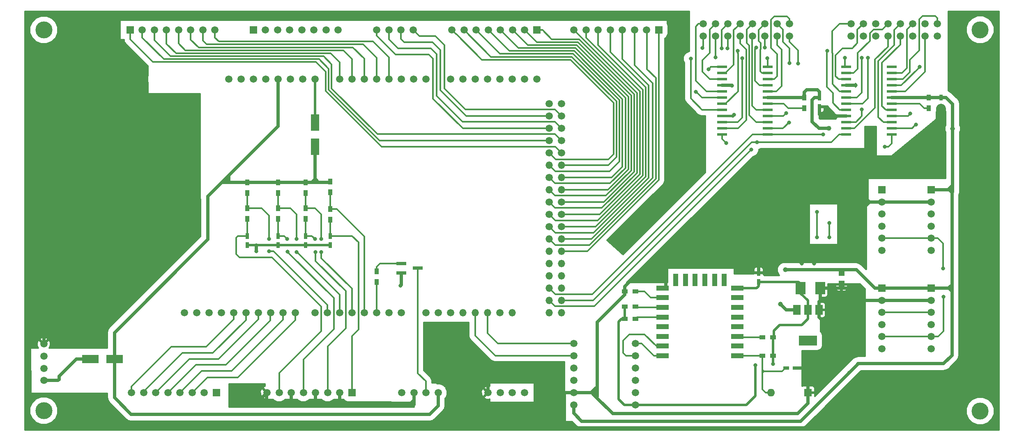
<source format=gtl>
G04 #@! TF.FileFunction,Copper,L1,Top,Signal*
%FSLAX46Y46*%
G04 Gerber Fmt 4.6, Leading zero omitted, Abs format (unit mm)*
G04 Created by KiCad (PCBNEW 4.0.7) date 01/22/18 23:51:58*
%MOMM*%
%LPD*%
G01*
G04 APERTURE LIST*
%ADD10C,0.100000*%
%ADD11R,1.500000X1.500000*%
%ADD12C,1.500000*%
%ADD13O,1.500000X1.500000*%
%ADD14R,2.500000X1.100000*%
%ADD15R,1.100000X2.500000*%
%ADD16R,3.800000X2.000000*%
%ADD17R,1.500000X2.000000*%
%ADD18R,2.000000X2.500000*%
%ADD19R,1.250000X1.500000*%
%ADD20R,2.000000X0.600000*%
%ADD21R,0.900000X1.200000*%
%ADD22R,1.200000X0.900000*%
%ADD23R,0.750000X1.200000*%
%ADD24R,1.200000X0.750000*%
%ADD25R,1.600000X1.600000*%
%ADD26O,1.600000X1.600000*%
%ADD27R,2.000000X0.650000*%
%ADD28R,1.800000X3.500000*%
%ADD29R,3.500000X1.800000*%
%ADD30C,3.500000*%
%ADD31C,0.800000*%
%ADD32C,1.000000*%
%ADD33C,0.300000*%
%ADD34C,0.500000*%
%ADD35C,0.700000*%
%ADD36C,2.000000*%
G04 APERTURE END LIST*
D10*
D11*
X156210000Y-49530000D03*
D12*
X153710000Y-49530000D03*
X151210000Y-49530000D03*
X148710000Y-49530000D03*
X146210000Y-49530000D03*
X143710000Y-49530000D03*
X141210000Y-49530000D03*
X138710000Y-49530000D03*
D11*
X181370000Y-49530000D03*
D12*
X178870000Y-49530000D03*
X176370000Y-49530000D03*
X173870000Y-49530000D03*
X171370000Y-49530000D03*
X168870000Y-49530000D03*
X166370000Y-49530000D03*
X163870000Y-49530000D03*
X54610000Y-121920000D03*
X54610000Y-119420000D03*
X54610000Y-116920000D03*
X54610000Y-114420000D03*
D11*
X118110000Y-124460000D03*
D12*
X115610000Y-124460000D03*
X113110000Y-124460000D03*
X110610000Y-124460000D03*
X108110000Y-124460000D03*
X105610000Y-124460000D03*
X103110000Y-124460000D03*
X100610000Y-124460000D03*
D11*
X90170000Y-124460000D03*
D12*
X87670000Y-124460000D03*
X85170000Y-124460000D03*
X82670000Y-124460000D03*
X80170000Y-124460000D03*
X77670000Y-124460000D03*
X75170000Y-124460000D03*
X72670000Y-124460000D03*
X123230000Y-49530000D03*
X125730000Y-49530000D03*
X128230000Y-49530000D03*
X130730000Y-49530000D03*
D11*
X97790000Y-49530000D03*
D12*
X100290000Y-49530000D03*
X102790000Y-49530000D03*
X105290000Y-49530000D03*
X107790000Y-49530000D03*
X110290000Y-49530000D03*
X112790000Y-49530000D03*
X115290000Y-49530000D03*
D11*
X72390000Y-49530000D03*
D12*
X74890000Y-49530000D03*
X77390000Y-49530000D03*
X79890000Y-49530000D03*
X82390000Y-49530000D03*
X84890000Y-49530000D03*
X87390000Y-49530000D03*
X89890000Y-49530000D03*
X153670000Y-124460000D03*
X151170000Y-124460000D03*
X148670000Y-124460000D03*
X146170000Y-124460000D03*
X135890000Y-124460000D03*
X133390000Y-124460000D03*
X130890000Y-124460000D03*
X128390000Y-124460000D03*
D11*
X227330000Y-102870000D03*
D12*
X227330000Y-105370000D03*
X227330000Y-107870000D03*
X227330000Y-110370000D03*
X227330000Y-112870000D03*
X227330000Y-115370000D03*
D11*
X237490000Y-102870000D03*
D12*
X237490000Y-105370000D03*
X237490000Y-107870000D03*
X237490000Y-110370000D03*
X237490000Y-112870000D03*
X237490000Y-115370000D03*
D11*
X227330000Y-82550000D03*
D12*
X227330000Y-85050000D03*
X227330000Y-87550000D03*
X227330000Y-90050000D03*
X227330000Y-92550000D03*
X227330000Y-95050000D03*
D11*
X237490000Y-82550000D03*
D12*
X237490000Y-85050000D03*
X237490000Y-87550000D03*
X237490000Y-90050000D03*
X237490000Y-92550000D03*
X237490000Y-95050000D03*
X238760000Y-48260000D03*
X238760000Y-50800000D03*
X236220000Y-48260000D03*
X236220000Y-50800000D03*
X233680000Y-48260000D03*
X233680000Y-50800000D03*
X231140000Y-48260000D03*
X231140000Y-50800000D03*
X228600000Y-48260000D03*
X228600000Y-50800000D03*
X226060000Y-48260000D03*
X226060000Y-50800000D03*
X223520000Y-48260000D03*
X223520000Y-50800000D03*
X220980000Y-48260000D03*
X220980000Y-50800000D03*
X208280000Y-48260000D03*
X208280000Y-50800000D03*
X205740000Y-48260000D03*
X205740000Y-50800000D03*
X203200000Y-48260000D03*
X203200000Y-50800000D03*
X200660000Y-48260000D03*
X200660000Y-50800000D03*
X198120000Y-48260000D03*
X198120000Y-50800000D03*
X195580000Y-48260000D03*
X195580000Y-50800000D03*
X193040000Y-48260000D03*
X193040000Y-50800000D03*
X190500000Y-48260000D03*
X190500000Y-50800000D03*
X115570000Y-59690000D03*
X110490000Y-59690000D03*
X107950000Y-59690000D03*
X105410000Y-59690000D03*
X102870000Y-59690000D03*
X100330000Y-59690000D03*
X97790000Y-59690000D03*
X95250000Y-59690000D03*
D13*
X151130000Y-107950000D03*
D12*
X148590000Y-107950000D03*
D13*
X146050000Y-107950000D03*
X143510000Y-107950000D03*
X140970000Y-107950000D03*
D12*
X138430000Y-107950000D03*
X135890000Y-107950000D03*
X133350000Y-107950000D03*
X128270000Y-107950000D03*
X125730000Y-107950000D03*
X123190000Y-107950000D03*
X120650000Y-107950000D03*
X118110000Y-107950000D03*
X115570000Y-107950000D03*
X113030000Y-107950000D03*
X110490000Y-107950000D03*
X91186000Y-107950000D03*
X106426000Y-107950000D03*
X103886000Y-107950000D03*
X101346000Y-107950000D03*
X83566000Y-107950000D03*
X86106000Y-107950000D03*
X88646000Y-107950000D03*
X93726000Y-107950000D03*
X96266000Y-107950000D03*
X98806000Y-107950000D03*
X92710000Y-59690000D03*
X118110000Y-59690000D03*
X120650000Y-59690000D03*
X123190000Y-59690000D03*
X125730000Y-59690000D03*
X128270000Y-59690000D03*
X130810000Y-59690000D03*
X133350000Y-59690000D03*
X138430000Y-59690000D03*
X140970000Y-59690000D03*
X143510000Y-59690000D03*
X146050000Y-59690000D03*
X148590000Y-59690000D03*
X151130000Y-59690000D03*
X153670000Y-59690000D03*
X156210000Y-59690000D03*
D13*
X158750000Y-107950000D03*
X161290000Y-107950000D03*
X158750000Y-105410000D03*
X161290000Y-105410000D03*
X158750000Y-102870000D03*
X161290000Y-102870000D03*
X158750000Y-100330000D03*
X161290000Y-100330000D03*
X158750000Y-97790000D03*
X161290000Y-97790000D03*
X158750000Y-95250000D03*
X161290000Y-95250000D03*
X158750000Y-92710000D03*
X161290000Y-92710000D03*
D12*
X158750000Y-90170000D03*
X161290000Y-90170000D03*
X158750000Y-87630000D03*
X161290000Y-87630000D03*
X158750000Y-85090000D03*
X161290000Y-85090000D03*
D13*
X158750000Y-82550000D03*
X161290000Y-82550000D03*
D12*
X158750000Y-80010000D03*
D13*
X161290000Y-80010000D03*
X158750000Y-77470000D03*
X161290000Y-77470000D03*
D12*
X158750000Y-74930000D03*
X161290000Y-74930000D03*
X158750000Y-72390000D03*
X161290000Y-72390000D03*
X158750000Y-69850000D03*
X161290000Y-69850000D03*
X158750000Y-67310000D03*
X161290000Y-67310000D03*
X158750000Y-64770000D03*
X161290000Y-64770000D03*
D14*
X197550000Y-116840000D03*
X197550000Y-114840000D03*
X197550000Y-112840000D03*
X197550000Y-110840000D03*
X197550000Y-108840000D03*
X197550000Y-106840000D03*
X197550000Y-104840000D03*
X197550000Y-102840000D03*
X182150000Y-102840000D03*
X182150000Y-104840000D03*
X182150000Y-106840000D03*
X182150000Y-108840000D03*
X182150000Y-110840000D03*
X182150000Y-112840000D03*
X182150000Y-114840000D03*
X182150000Y-116840000D03*
D15*
X194860000Y-101140000D03*
X192860000Y-101140000D03*
X190860000Y-101140000D03*
X188860000Y-101140000D03*
X186860000Y-101140000D03*
X184860000Y-101140000D03*
D16*
X212090000Y-113665000D03*
D17*
X212090000Y-107365000D03*
X209790000Y-107365000D03*
X214390000Y-107365000D03*
D18*
X210630000Y-102870000D03*
X214630000Y-102870000D03*
D19*
X219030000Y-99600000D03*
X219030000Y-102100000D03*
D20*
X219965000Y-57150000D03*
X219965000Y-58420000D03*
X219965000Y-59690000D03*
X219965000Y-60960000D03*
X219965000Y-62230000D03*
X219965000Y-63500000D03*
X219965000Y-64770000D03*
X219965000Y-66040000D03*
X219965000Y-67310000D03*
X219965000Y-68580000D03*
X219965000Y-69850000D03*
X219965000Y-71120000D03*
X229365000Y-71120000D03*
X229365000Y-69850000D03*
X229365000Y-68580000D03*
X229365000Y-67310000D03*
X229365000Y-66040000D03*
X229365000Y-64770000D03*
X229365000Y-63500000D03*
X229365000Y-62230000D03*
X229365000Y-60960000D03*
X229365000Y-59690000D03*
X229365000Y-58420000D03*
X229365000Y-57150000D03*
X194435000Y-57150000D03*
X194435000Y-58420000D03*
X194435000Y-59690000D03*
X194435000Y-60960000D03*
X194435000Y-62230000D03*
X194435000Y-63500000D03*
X194435000Y-64770000D03*
X194435000Y-66040000D03*
X194435000Y-67310000D03*
X194435000Y-68580000D03*
X194435000Y-69850000D03*
X194435000Y-71120000D03*
X203835000Y-71120000D03*
X203835000Y-69850000D03*
X203835000Y-68580000D03*
X203835000Y-67310000D03*
X203835000Y-66040000D03*
X203835000Y-64770000D03*
X203835000Y-63500000D03*
X203835000Y-62230000D03*
X203835000Y-60960000D03*
X203835000Y-59690000D03*
X203835000Y-58420000D03*
X203835000Y-57150000D03*
D21*
X96520000Y-88560000D03*
X96520000Y-86360000D03*
X102870000Y-88560000D03*
X102870000Y-86360000D03*
X108585000Y-88560000D03*
X108585000Y-86360000D03*
X113665000Y-88730000D03*
X113665000Y-86530000D03*
X113665000Y-80815000D03*
X113665000Y-83015000D03*
X108585000Y-80985000D03*
X108585000Y-83185000D03*
X102870000Y-80985000D03*
X102870000Y-83185000D03*
X96520000Y-80985000D03*
X96520000Y-83185000D03*
D22*
X176530000Y-109220000D03*
X174330000Y-109220000D03*
X176530000Y-106680000D03*
X174330000Y-106680000D03*
D21*
X236982000Y-63500000D03*
X236982000Y-65700000D03*
D22*
X176530000Y-103505000D03*
X174330000Y-103505000D03*
X204935000Y-113030000D03*
X202735000Y-113030000D03*
X204935000Y-116840000D03*
X202735000Y-116840000D03*
D21*
X211328000Y-63500000D03*
X211328000Y-65700000D03*
X123190000Y-99400000D03*
X123190000Y-101600000D03*
D23*
X113665000Y-93975000D03*
X113665000Y-92075000D03*
X108585000Y-93980000D03*
X108585000Y-92080000D03*
X102870000Y-93980000D03*
X102870000Y-92080000D03*
X96520000Y-93980000D03*
X96520000Y-92080000D03*
X239522000Y-63500000D03*
X239522000Y-65400000D03*
X214503000Y-63500000D03*
X214503000Y-65400000D03*
D24*
X209545000Y-119380000D03*
X207645000Y-119380000D03*
D23*
X201930000Y-99700000D03*
X201930000Y-101600000D03*
D25*
X212090000Y-124460000D03*
D26*
X204470000Y-124460000D03*
D27*
X128270000Y-97795000D03*
X128270000Y-99695000D03*
X131690000Y-98745000D03*
D28*
X110490000Y-68620000D03*
X110490000Y-73620000D03*
D29*
X69175000Y-117475000D03*
X64175000Y-117475000D03*
D12*
X163830000Y-127000000D03*
X163830000Y-124460000D03*
X163830000Y-121920000D03*
X163830000Y-119380000D03*
X163830000Y-116840000D03*
X163830000Y-114300000D03*
X176530000Y-127000000D03*
X176530000Y-124460000D03*
X176530000Y-121920000D03*
X176530000Y-119380000D03*
X176530000Y-116840000D03*
X176530000Y-114300000D03*
D30*
X54602856Y-128188224D03*
X54610000Y-49530000D03*
X247632427Y-128266279D03*
X247617032Y-49489805D03*
D31*
X240048107Y-104656016D03*
X239990305Y-98785770D03*
X216561212Y-92334368D03*
X216540602Y-89424226D03*
X213952082Y-87110645D03*
X214022056Y-92323643D03*
X210050000Y-56450000D03*
X208210000Y-68630000D03*
X208270000Y-56370000D03*
X207610000Y-66750000D03*
X203265955Y-53167975D03*
X201451876Y-53174023D03*
X194301697Y-53316309D03*
X189030205Y-62287016D03*
X197673498Y-53814692D03*
X195548841Y-53345322D03*
X198532973Y-55333310D03*
X193081119Y-55177387D03*
X187958384Y-55460343D03*
X190371449Y-53243950D03*
X234396592Y-69055908D03*
X233236458Y-66819903D03*
X235177628Y-57132875D03*
X223236723Y-55288042D03*
X224484038Y-55304678D03*
X223234644Y-65920417D03*
X216059580Y-53815421D03*
X101030130Y-92663417D03*
X101030130Y-95260319D03*
X106691845Y-95377297D03*
X106680000Y-92710000D03*
X111815463Y-95424088D03*
X111760000Y-92710000D03*
X191624658Y-57614363D03*
X200466058Y-74213457D03*
X195260175Y-72896356D03*
X201578226Y-72764308D03*
X227965000Y-73660000D03*
X215265000Y-71120000D03*
X104820204Y-95330506D03*
X104775000Y-92710000D03*
X110598896Y-95400692D03*
X110480000Y-92710000D03*
X201295000Y-118745000D03*
X204922544Y-118490166D03*
X203775275Y-55329162D03*
X219710000Y-55245000D03*
D32*
X207422350Y-99058617D03*
X241940721Y-69905972D03*
X206413568Y-106183574D03*
X216408000Y-69850000D03*
D31*
X160030000Y-125850000D03*
X160030000Y-123850000D03*
X160030000Y-121350000D03*
X58438974Y-130852766D03*
X51579241Y-124426549D03*
X51477238Y-126466618D03*
X248158558Y-116118100D03*
X248158558Y-121158830D03*
X243805200Y-123793758D03*
X235728574Y-128949050D03*
X240832275Y-128835889D03*
X244094000Y-76200000D03*
X244094000Y-74168000D03*
X244094000Y-72136000D03*
X244094000Y-69850000D03*
X244094000Y-66294000D03*
X244094000Y-63754000D03*
X244094000Y-61214000D03*
X184658000Y-48514000D03*
X239522000Y-76200000D03*
X235458000Y-76200000D03*
X231140000Y-76200000D03*
X226822000Y-76200000D03*
X242824000Y-48006000D03*
X242824000Y-51054000D03*
X242824000Y-54864000D03*
X242824000Y-58674000D03*
X237236000Y-70104000D03*
X238760000Y-68580000D03*
X196838500Y-67069354D03*
X214722981Y-67179544D03*
X216662000Y-67183000D03*
X221966310Y-87618545D03*
X218530000Y-76100000D03*
X222030000Y-76350000D03*
X222030000Y-80100000D03*
X222030000Y-83850000D03*
X120700000Y-126927436D03*
X123470000Y-126927436D03*
X126650000Y-126927436D03*
X129380000Y-126927436D03*
X128144229Y-102317528D03*
X134090000Y-120600000D03*
X134010000Y-117060000D03*
X133970000Y-113960000D03*
X133970000Y-110810000D03*
X137830000Y-110770000D03*
X146071051Y-118315550D03*
X141130000Y-110700000D03*
X141340000Y-112980000D03*
X142220000Y-114700000D03*
X143900000Y-116240000D03*
X213360000Y-97790000D03*
X210820000Y-97790000D03*
X95250000Y-124460000D03*
X97790000Y-124460000D03*
X214644114Y-121254436D03*
X214630000Y-118902185D03*
X214630000Y-116840000D03*
X220980000Y-114300000D03*
X220980000Y-111760000D03*
X220980000Y-109220000D03*
X220980000Y-106680000D03*
X220980000Y-104140000D03*
X224968898Y-70087138D03*
X214870000Y-75530000D03*
X210740000Y-75640000D03*
X206960000Y-75710000D03*
X203930000Y-75730000D03*
X201420000Y-78210000D03*
X199090000Y-80690000D03*
X196150000Y-83330000D03*
X193160000Y-86280000D03*
X190720000Y-88630000D03*
X188030000Y-91070000D03*
X185320000Y-93680000D03*
X156210000Y-121285000D03*
X149225000Y-121285000D03*
X149225000Y-118745000D03*
X60839520Y-54553177D03*
X53853361Y-56013560D03*
X53925003Y-59859251D03*
X62256613Y-47578311D03*
X65493752Y-47479467D03*
X196463438Y-61005719D03*
X221930206Y-60948382D03*
X173355000Y-93345000D03*
X175260000Y-91440000D03*
X177165000Y-89535000D03*
X179070000Y-87630000D03*
X182245000Y-84455000D03*
X184785000Y-81915000D03*
X184785000Y-78105000D03*
X184785000Y-74295000D03*
X184785000Y-69850000D03*
X184785000Y-66675000D03*
X184785000Y-62865000D03*
X184785000Y-59690000D03*
X184785000Y-55880000D03*
X184785000Y-52070000D03*
X60325000Y-130810000D03*
X160020000Y-118745000D03*
X158115000Y-118745000D03*
X156210000Y-118745000D03*
X239522000Y-67056000D03*
X98425000Y-95250000D03*
D33*
X227330000Y-107870000D02*
X237490000Y-107870000D01*
X237490000Y-92550000D02*
X238894923Y-92550000D01*
X238894923Y-92550000D02*
X239990305Y-93645382D01*
X239990305Y-93645382D02*
X239990305Y-98220085D01*
X239990305Y-98220085D02*
X239990305Y-98785770D01*
X237490000Y-112870000D02*
X238961558Y-112870000D01*
X238961558Y-112870000D02*
X240048107Y-111783451D01*
X240048107Y-111783451D02*
X240048107Y-105221701D01*
X240048107Y-105221701D02*
X240048107Y-104656016D01*
X227330000Y-112870000D02*
X228567436Y-112870000D01*
X227330000Y-112870000D02*
X227335804Y-112864196D01*
X228561632Y-112864196D02*
X228567436Y-112870000D01*
X228567436Y-112870000D02*
X237490000Y-112870000D01*
X227330000Y-92550000D02*
X237490000Y-92550000D01*
X216540602Y-92313758D02*
X216561212Y-92334368D01*
X216540602Y-89424226D02*
X216540602Y-92313758D01*
X214022056Y-92323643D02*
X214022056Y-87180619D01*
X214022056Y-87180619D02*
X213952082Y-87110645D01*
X161290000Y-95250000D02*
X166630836Y-95250000D01*
X166630836Y-95250000D02*
X181370000Y-80510836D01*
X181370000Y-80510836D02*
X181370000Y-58353548D01*
X181370000Y-58353548D02*
X181370000Y-49530000D01*
X158750000Y-92710000D02*
X160020000Y-93980000D01*
X160020000Y-93980000D02*
X167052294Y-93980000D01*
X167052294Y-93980000D02*
X180769989Y-80262305D01*
X180769989Y-80262305D02*
X180769989Y-59466314D01*
X180769989Y-59466314D02*
X178928658Y-57624983D01*
X178928658Y-57624983D02*
X178928658Y-49588658D01*
X178928658Y-49588658D02*
X178870000Y-49530000D01*
X180096397Y-60507188D02*
X176370000Y-56780791D01*
X176370000Y-56780791D02*
X176370000Y-50767436D01*
X167473752Y-92710000D02*
X180096397Y-80087355D01*
X161290000Y-92710000D02*
X167473752Y-92710000D01*
X180096397Y-80087355D02*
X180096397Y-60507188D01*
X176370000Y-50767436D02*
X176370000Y-49530000D01*
X173870000Y-50767436D02*
X173870000Y-49530000D01*
X179288035Y-60941444D02*
X173870000Y-55523409D01*
X167895210Y-91440000D02*
X179288035Y-80047175D01*
X160020000Y-91440000D02*
X167895210Y-91440000D01*
X173870000Y-55523409D02*
X173870000Y-50767436D01*
X179288035Y-80047175D02*
X179288035Y-60941444D01*
X158750000Y-90170000D02*
X160020000Y-91440000D01*
X171370000Y-50767436D02*
X171370000Y-49530000D01*
X178688024Y-61395775D02*
X171370000Y-54077751D01*
X161290000Y-90170000D02*
X168316668Y-90170000D01*
X168316668Y-90170000D02*
X178688024Y-79798644D01*
X178688024Y-79798644D02*
X178688024Y-61395775D01*
X171370000Y-54077751D02*
X171370000Y-50767436D01*
X160020000Y-88900000D02*
X168738126Y-88900000D01*
X178088013Y-79550113D02*
X178088013Y-61858043D01*
X158750000Y-87630000D02*
X160020000Y-88900000D01*
X178088013Y-61858043D02*
X168870000Y-52640030D01*
X168870000Y-52640030D02*
X168870000Y-50767436D01*
X168738126Y-88900000D02*
X178088013Y-79550113D01*
X168870000Y-50767436D02*
X168870000Y-49530000D01*
X177488002Y-79301582D02*
X177488002Y-62219225D01*
X166370000Y-51101223D02*
X166370000Y-50767436D01*
X161290000Y-87630000D02*
X169159584Y-87630000D01*
X169159584Y-87630000D02*
X177488002Y-79301582D01*
X177488002Y-62219225D02*
X166370000Y-51101223D01*
X166370000Y-50767436D02*
X166370000Y-49530000D01*
X159967151Y-86307151D02*
X169633891Y-86307151D01*
X176887991Y-79053051D02*
X176887991Y-62547991D01*
X158750000Y-85090000D02*
X159967151Y-86307151D01*
X169633891Y-86307151D02*
X176887991Y-79053051D01*
X164744999Y-50404999D02*
X163870000Y-49530000D01*
X176887991Y-62547991D02*
X164744999Y-50404999D01*
X161290000Y-74930000D02*
X160020434Y-73660434D01*
X160020434Y-73660434D02*
X124266747Y-73660434D01*
X124266747Y-73660434D02*
X112723481Y-62117170D01*
X112723481Y-62117170D02*
X112723481Y-58181040D01*
X112723481Y-58181040D02*
X110704721Y-56162280D01*
X110704721Y-56162280D02*
X77096693Y-56162280D01*
X77096693Y-56162280D02*
X72390000Y-51455587D01*
X72390000Y-51455587D02*
X72390000Y-49530000D01*
X158750000Y-72390000D02*
X123844855Y-72390000D01*
X123844855Y-72390000D02*
X113323492Y-61868638D01*
X113323492Y-61868638D02*
X113323492Y-57544520D01*
X113323492Y-57544520D02*
X111341241Y-55562269D01*
X111341241Y-55562269D02*
X79331027Y-55562269D01*
X79331027Y-55562269D02*
X74890000Y-51121242D01*
X74890000Y-51121242D02*
X74890000Y-50767436D01*
X74890000Y-50767436D02*
X74890000Y-49530000D01*
X77390000Y-49530000D02*
X77390000Y-51678264D01*
X77390000Y-51678264D02*
X80673994Y-54962258D01*
X80673994Y-54962258D02*
X112291508Y-54962258D01*
X112291508Y-54962258D02*
X113923503Y-56594253D01*
X113923503Y-56594253D02*
X113923503Y-61620106D01*
X113923503Y-61620106D02*
X123353398Y-71050001D01*
X123353398Y-71050001D02*
X159950001Y-71050001D01*
X159950001Y-71050001D02*
X160540001Y-71640001D01*
X160540001Y-71640001D02*
X161290000Y-72390000D01*
X115570000Y-59690000D02*
X115570000Y-56192168D01*
X115570000Y-56192168D02*
X113740079Y-54362247D01*
X113740079Y-54362247D02*
X81869541Y-54362247D01*
X81869541Y-54362247D02*
X79897796Y-52390502D01*
X79897796Y-52390502D02*
X79897796Y-49523005D01*
X79897796Y-49523005D02*
X79890801Y-49530000D01*
X79890801Y-49530000D02*
X79890000Y-49530000D01*
X118110000Y-59690000D02*
X118110000Y-55534655D01*
X118110000Y-55534655D02*
X116337581Y-53762236D01*
X116337581Y-53762236D02*
X83783619Y-53762236D01*
X83783619Y-53762236D02*
X82375610Y-52354227D01*
X82375610Y-52354227D02*
X82375610Y-49544390D01*
X82375610Y-49544390D02*
X82390000Y-49530000D01*
X120650000Y-59690000D02*
X120650000Y-55479946D01*
X120650000Y-55479946D02*
X118332279Y-53162225D01*
X118332279Y-53162225D02*
X86521746Y-53162225D01*
X86521746Y-53162225D02*
X84890000Y-51530479D01*
X84890000Y-51530479D02*
X84890000Y-49530000D01*
X87390000Y-49530000D02*
X87390000Y-51731692D01*
X87390000Y-51731692D02*
X88185288Y-52526980D01*
X88185288Y-52526980D02*
X120457362Y-52526980D01*
X120457362Y-52526980D02*
X123190000Y-55259618D01*
X123190000Y-55259618D02*
X123190000Y-58629340D01*
X123190000Y-58629340D02*
X123190000Y-59690000D01*
X125730000Y-59690000D02*
X125730000Y-55204909D01*
X125730000Y-55204909D02*
X122452060Y-51926969D01*
X122452060Y-51926969D02*
X90683367Y-51926969D01*
X90683367Y-51926969D02*
X89890000Y-51133602D01*
X89890000Y-51133602D02*
X89890000Y-49530000D01*
X170002500Y-85090000D02*
X176287980Y-78804520D01*
X161290000Y-85090000D02*
X170002500Y-85090000D01*
X176287980Y-62796522D02*
X164940394Y-51448936D01*
X176287980Y-78804520D02*
X176287980Y-62796522D01*
X157385000Y-49530000D02*
X156210000Y-49530000D01*
X159303936Y-51448936D02*
X157385000Y-49530000D01*
X164940394Y-51448936D02*
X159303936Y-51448936D01*
X170493957Y-83750001D02*
X175687969Y-78555989D01*
X175687969Y-78555989D02*
X175687969Y-63045053D01*
X154584999Y-50404999D02*
X153710000Y-49530000D01*
X158750000Y-82550000D02*
X159950001Y-83750001D01*
X156253291Y-52073291D02*
X154584999Y-50404999D01*
X159950001Y-83750001D02*
X170493957Y-83750001D01*
X164716207Y-52073291D02*
X156253291Y-52073291D01*
X175687969Y-63045053D02*
X164716207Y-52073291D01*
X161290000Y-82550000D02*
X170845416Y-82550000D01*
X164467676Y-52673302D02*
X154353302Y-52673302D01*
X154353302Y-52673302D02*
X152084999Y-50404999D01*
X175087958Y-63293584D02*
X164467676Y-52673302D01*
X175087958Y-78307458D02*
X175087958Y-63293584D01*
X152084999Y-50404999D02*
X151210000Y-49530000D01*
X170845416Y-82550000D02*
X175087958Y-78307458D01*
X152453313Y-53273313D02*
X149584999Y-50404999D01*
X158750000Y-80010000D02*
X159950001Y-81210001D01*
X149584999Y-50404999D02*
X148710000Y-49530000D01*
X171336873Y-81210001D02*
X174487947Y-78058927D01*
X159950001Y-81210001D02*
X171336873Y-81210001D01*
X164219145Y-53273313D02*
X152453313Y-53273313D01*
X174487947Y-78058927D02*
X174487947Y-63542115D01*
X174487947Y-63542115D02*
X164219145Y-53273313D01*
X173887936Y-63790646D02*
X163970614Y-53873324D01*
X171688332Y-80010000D02*
X173887936Y-77810396D01*
X147084999Y-50404999D02*
X146210000Y-49530000D01*
X150553324Y-53873324D02*
X147084999Y-50404999D01*
X173887936Y-77810396D02*
X173887936Y-63790646D01*
X163970614Y-53873324D02*
X150553324Y-53873324D01*
X161290000Y-80010000D02*
X171688332Y-80010000D01*
X144584999Y-50404999D02*
X143710000Y-49530000D01*
X163722083Y-54473335D02*
X148653335Y-54473335D01*
X173287925Y-64039177D02*
X163722083Y-54473335D01*
X171227797Y-78740000D02*
X173287925Y-76679872D01*
X160020000Y-78740000D02*
X171227797Y-78740000D01*
X158750000Y-77470000D02*
X160020000Y-78740000D01*
X148653335Y-54473335D02*
X144584999Y-50404999D01*
X173287925Y-76679872D02*
X173287925Y-64039177D01*
X141210000Y-49530000D02*
X141210128Y-49530000D01*
X141210128Y-49530000D02*
X146753474Y-55073346D01*
X170972411Y-77470000D02*
X162350660Y-77470000D01*
X146753474Y-55073346D02*
X163473552Y-55073346D01*
X162350660Y-77470000D02*
X161290000Y-77470000D01*
X163473552Y-55073346D02*
X172687914Y-64287708D01*
X172687914Y-75754497D02*
X170972411Y-77470000D01*
X172687914Y-64287708D02*
X172687914Y-75754497D01*
X158750000Y-74930000D02*
X160089999Y-76269999D01*
X139584999Y-50404999D02*
X138710000Y-49530000D01*
X160089999Y-76269999D02*
X170970592Y-76269999D01*
X144874966Y-55673357D02*
X139606608Y-50404999D01*
X170970592Y-76269999D02*
X172087903Y-75152688D01*
X172087903Y-64620551D02*
X163140709Y-55673357D01*
X172087903Y-75152688D02*
X172087903Y-64620551D01*
X163140709Y-55673357D02*
X144874966Y-55673357D01*
X139606608Y-50404999D02*
X139584999Y-50404999D01*
X203835000Y-59690000D02*
X205172099Y-59690000D01*
X205172099Y-59690000D02*
X205735010Y-59127089D01*
X205735010Y-59127089D02*
X205735010Y-54481142D01*
X205735010Y-54481142D02*
X204494628Y-53240760D01*
X204494628Y-53240760D02*
X204494628Y-47381977D01*
X204494628Y-47381977D02*
X205155708Y-46720897D01*
X205155708Y-46720897D02*
X207790897Y-46720897D01*
X207790897Y-46720897D02*
X208280000Y-47210000D01*
X208280000Y-47210000D02*
X208280000Y-48260000D01*
X210050000Y-56450000D02*
X210050000Y-53737585D01*
X210050000Y-53737585D02*
X208280000Y-51967585D01*
X208280000Y-51967585D02*
X208280000Y-50800000D01*
X203835000Y-69850000D02*
X206990000Y-69850000D01*
X206990000Y-69850000D02*
X208210000Y-68630000D01*
X208270000Y-56370000D02*
X208270000Y-53306738D01*
X206489999Y-49009999D02*
X205740000Y-48260000D01*
X208270000Y-53306738D02*
X206940001Y-51976739D01*
X206940001Y-51976739D02*
X206940001Y-49460001D01*
X206940001Y-49460001D02*
X206489999Y-49009999D01*
X203835000Y-67310000D02*
X207050000Y-67310000D01*
X207050000Y-67310000D02*
X207610000Y-66750000D01*
X203835000Y-62230000D02*
X205562900Y-62230000D01*
X205562900Y-62230000D02*
X206657124Y-61135776D01*
X206657124Y-61135776D02*
X206657124Y-53593342D01*
X206657124Y-53593342D02*
X205740000Y-52676218D01*
X205740000Y-52676218D02*
X205740000Y-50800000D01*
X203835000Y-62230000D02*
X204535000Y-62230000D01*
X203835000Y-58420000D02*
X202596423Y-58420000D01*
X202596423Y-58420000D02*
X202271107Y-58094684D01*
X202415945Y-53467958D02*
X202415945Y-52273656D01*
X201962040Y-51819751D02*
X201962040Y-49498665D01*
X202271107Y-58094684D02*
X202271107Y-53612796D01*
X201962040Y-49498665D02*
X203200000Y-48260705D01*
X202271107Y-53612796D02*
X202415945Y-53467958D01*
X202415945Y-52273656D02*
X201962040Y-51819751D01*
X203200000Y-48260705D02*
X203200000Y-48260000D01*
X203835000Y-60960000D02*
X202113530Y-60960000D01*
X202113530Y-60960000D02*
X201210621Y-60057091D01*
X201210621Y-60057091D02*
X201210621Y-53415278D01*
X201210621Y-53415278D02*
X201451876Y-53174023D01*
X203200000Y-53102020D02*
X203265955Y-53167975D01*
X203200000Y-50800000D02*
X203200000Y-53102020D01*
X203835000Y-68580000D02*
X201448598Y-68580000D01*
X199982986Y-67114388D02*
X199982986Y-52758293D01*
X201448598Y-68580000D02*
X199982986Y-67114388D01*
X199459999Y-52235306D02*
X199459999Y-49460001D01*
X199982986Y-52758293D02*
X199459999Y-52235306D01*
X199459999Y-49460001D02*
X199910001Y-49009999D01*
X199910001Y-49009999D02*
X200660000Y-48260000D01*
X203835000Y-66040000D02*
X201487001Y-66040000D01*
X201487001Y-66040000D02*
X200601866Y-65154865D01*
X200601866Y-65154865D02*
X200601866Y-50858134D01*
X200601866Y-50858134D02*
X200660000Y-50800000D01*
X194435000Y-58420000D02*
X195135000Y-58420000D01*
X197370001Y-49009999D02*
X198120000Y-48260000D01*
X195135000Y-58420000D02*
X196816690Y-56738310D01*
X196816690Y-56738310D02*
X196816690Y-49563310D01*
X196816690Y-49563310D02*
X197370001Y-49009999D01*
X194435000Y-69850000D02*
X197701651Y-69850000D01*
X197701651Y-69850000D02*
X199382975Y-68168676D01*
X199382975Y-68168676D02*
X199382975Y-53557428D01*
X199382975Y-53557428D02*
X198120000Y-52294453D01*
X198120000Y-52294453D02*
X198120000Y-50800000D01*
X194301697Y-52750624D02*
X194301697Y-53316309D01*
X194301697Y-49538303D02*
X194301697Y-52750624D01*
X195580000Y-48260000D02*
X194301697Y-49538303D01*
X189430204Y-62687015D02*
X189030205Y-62287016D01*
X190243189Y-63500000D02*
X189430204Y-62687015D01*
X194435000Y-63500000D02*
X190243189Y-63500000D01*
X197673498Y-54380377D02*
X197673498Y-53814692D01*
X197682963Y-54389842D02*
X197673498Y-54380377D01*
X195135000Y-64770000D02*
X197682963Y-62222037D01*
X197682963Y-62222037D02*
X197682963Y-54389842D01*
X194435000Y-64770000D02*
X195135000Y-64770000D01*
X195580000Y-53314163D02*
X195548841Y-53345322D01*
X195580000Y-50800000D02*
X195580000Y-53314163D01*
X194435000Y-59690000D02*
X191861309Y-59690000D01*
X191861309Y-59690000D02*
X190355348Y-58184039D01*
X190355348Y-58184039D02*
X190355348Y-55762505D01*
X190355348Y-55762505D02*
X191839999Y-54277854D01*
X191839999Y-54277854D02*
X191839999Y-49460001D01*
X191839999Y-49460001D02*
X192290001Y-49009999D01*
X192290001Y-49009999D02*
X193040000Y-48260000D01*
X194435000Y-68580000D02*
X197614051Y-68580000D01*
X197614051Y-68580000D02*
X198532973Y-67661078D01*
X198532973Y-67661078D02*
X198532973Y-55898995D01*
X198532973Y-55898995D02*
X198532973Y-55333310D01*
X193040000Y-55136268D02*
X193081119Y-55177387D01*
X193040000Y-50800000D02*
X193040000Y-55136268D01*
X194435000Y-62230000D02*
X191208235Y-62230000D01*
X191208235Y-62230000D02*
X188976000Y-59997765D01*
X188976000Y-59997765D02*
X188976000Y-48820852D01*
X188976000Y-48820852D02*
X189536852Y-48260000D01*
X189536852Y-48260000D02*
X190500000Y-48260000D01*
X194435000Y-66040000D02*
X190301926Y-66040000D01*
X190301926Y-66040000D02*
X187958384Y-63696458D01*
X187958384Y-63696458D02*
X187958384Y-56026028D01*
X187958384Y-56026028D02*
X187958384Y-55460343D01*
X190500000Y-53115399D02*
X190371449Y-53243950D01*
X190500000Y-50800000D02*
X190500000Y-53115399D01*
X229365000Y-59690000D02*
X231641807Y-59690000D01*
X231641807Y-59690000D02*
X233080010Y-58251797D01*
X235019999Y-47360664D02*
X235743815Y-46636848D01*
X233080010Y-58251797D02*
X233080010Y-55723207D01*
X238349968Y-46636848D02*
X238780381Y-47067261D01*
X233080010Y-55723207D02*
X235019999Y-53783218D01*
X235019999Y-53783218D02*
X235019999Y-47360664D01*
X235743815Y-46636848D02*
X238349968Y-46636848D01*
X238780381Y-47067261D02*
X238780381Y-48239619D01*
X238780381Y-48239619D02*
X238760000Y-48260000D01*
X233996593Y-69455907D02*
X234396592Y-69055908D01*
X233602500Y-69850000D02*
X233996593Y-69455907D01*
X229365000Y-69850000D02*
X233602500Y-69850000D01*
X232836459Y-67219902D02*
X233236458Y-66819903D01*
X232746361Y-67310000D02*
X232836459Y-67219902D01*
X229365000Y-67310000D02*
X232746361Y-67310000D01*
X229365000Y-62230000D02*
X232156212Y-62230000D01*
X232156212Y-62230000D02*
X236265035Y-58121177D01*
X236265035Y-58121177D02*
X236265035Y-50752705D01*
X229365000Y-58420000D02*
X231477568Y-58420000D01*
X232930001Y-49009999D02*
X233680000Y-48260000D01*
X231477568Y-58420000D02*
X232479999Y-57417569D01*
X232479999Y-49460001D02*
X232930001Y-49009999D01*
X232479999Y-57417569D02*
X232479999Y-49460001D01*
X234777629Y-57532874D02*
X235177628Y-57132875D01*
X231350503Y-60960000D02*
X234777629Y-57532874D01*
X229365000Y-60960000D02*
X231350503Y-60960000D01*
X229365000Y-68580000D02*
X227657107Y-68580000D01*
X229882700Y-49517300D02*
X230390001Y-49009999D01*
X227657107Y-68580000D02*
X226632474Y-67555367D01*
X230390001Y-49009999D02*
X231140000Y-48260000D01*
X226632474Y-67555367D02*
X226632474Y-55922127D01*
X226632474Y-55922127D02*
X229882700Y-52671901D01*
X229882700Y-52671901D02*
X229882700Y-49517300D01*
X229365000Y-66040000D02*
X228197474Y-66040000D01*
X227395929Y-56336759D02*
X231140000Y-52592688D01*
X228197474Y-66040000D02*
X227395929Y-65238455D01*
X227395929Y-65238455D02*
X227395929Y-56336759D01*
X231140000Y-52592688D02*
X231140000Y-51860660D01*
X231140000Y-51860660D02*
X231140000Y-50800000D01*
X219965000Y-58420000D02*
X221548120Y-58420000D01*
X221548120Y-58420000D02*
X222386722Y-57581398D01*
X222386722Y-57581398D02*
X222386722Y-54295478D01*
X222386722Y-54295478D02*
X224859999Y-51822201D01*
X224859999Y-51822201D02*
X224859999Y-50223999D01*
X224859999Y-50223999D02*
X225623997Y-49460001D01*
X225623997Y-49460001D02*
X227399999Y-49460001D01*
X227399999Y-49460001D02*
X228600000Y-48260000D01*
X219965000Y-69850000D02*
X221683624Y-69850000D01*
X225920557Y-55654493D02*
X228600000Y-52975050D01*
X221683624Y-69850000D02*
X225920557Y-65613067D01*
X225920557Y-65613067D02*
X225920557Y-55654493D01*
X228600000Y-52975050D02*
X228600000Y-50800000D01*
X219965000Y-63500000D02*
X222192272Y-63500000D01*
X222192272Y-63500000D02*
X223236723Y-62455549D01*
X223236723Y-62455549D02*
X223236723Y-55853727D01*
X223236723Y-55853727D02*
X223236723Y-55288042D01*
X219965000Y-64770000D02*
X223362016Y-64770000D01*
X223362016Y-64770000D02*
X224484038Y-63647978D01*
X224484038Y-63647978D02*
X224484038Y-55870363D01*
X224484038Y-55870363D02*
X224484038Y-55304678D01*
X219965000Y-59690000D02*
X218433489Y-59690000D01*
X218433489Y-59690000D02*
X217792300Y-59048811D01*
X221221300Y-53314600D02*
X222313500Y-52222400D01*
X222313500Y-49466500D02*
X223520000Y-48260000D01*
X217792300Y-59048811D02*
X217792300Y-54737000D01*
X217792300Y-54737000D02*
X219214700Y-53314600D01*
X219214700Y-53314600D02*
X221221300Y-53314600D01*
X222313500Y-52222400D02*
X222313500Y-49466500D01*
X219965000Y-68580000D02*
X221998872Y-68580000D01*
X221998872Y-68580000D02*
X223234644Y-67344228D01*
X223234644Y-67344228D02*
X223234644Y-66486102D01*
X223234644Y-66486102D02*
X223234644Y-65920417D01*
X219965000Y-62230000D02*
X218665000Y-62230000D01*
X218665000Y-62230000D02*
X217155863Y-60720863D01*
X217155863Y-60720863D02*
X217155863Y-54355595D01*
X217155863Y-54355595D02*
X217078532Y-54278264D01*
X217078532Y-54278264D02*
X217078532Y-49814195D01*
X217078532Y-49814195D02*
X218629547Y-48263180D01*
X218629547Y-48263180D02*
X220976820Y-48263180D01*
X220976820Y-48263180D02*
X220980000Y-48260000D01*
X219965000Y-66040000D02*
X218662825Y-66040000D01*
X218662825Y-66040000D02*
X217254751Y-64631926D01*
X215996465Y-61305884D02*
X215996465Y-53934050D01*
X217254751Y-64631926D02*
X217254751Y-62564170D01*
X217254751Y-62564170D02*
X215996465Y-61305884D01*
X215996465Y-53934050D02*
X215968708Y-53906293D01*
X215968708Y-53906293D02*
X216059580Y-53815421D01*
X123190000Y-101600000D02*
X123190000Y-107950000D01*
X113030000Y-107950000D02*
X113030000Y-106316068D01*
X113030000Y-106316068D02*
X101955085Y-95241153D01*
X101955085Y-95241153D02*
X101049296Y-95241153D01*
X101049296Y-95241153D02*
X101030130Y-95260319D01*
X96520000Y-86360000D02*
X99519983Y-86360000D01*
X99519983Y-86360000D02*
X101030130Y-87870147D01*
X101030130Y-87870147D02*
X101030130Y-92097732D01*
X101030130Y-92097732D02*
X101030130Y-92663417D01*
X96520000Y-83185000D02*
X96520000Y-86360000D01*
X107091844Y-95777296D02*
X106691845Y-95377297D01*
X115570000Y-104255452D02*
X107091844Y-95777296D01*
X115570000Y-107950000D02*
X115570000Y-104255452D01*
X106680000Y-87630000D02*
X106680000Y-92710000D01*
X105410000Y-86360000D02*
X106680000Y-87630000D01*
X102870000Y-86360000D02*
X105410000Y-86360000D01*
X102870000Y-83185000D02*
X102870000Y-86360000D01*
X118110000Y-107950000D02*
X118110000Y-102956894D01*
X118110000Y-102956894D02*
X111819103Y-96665997D01*
X111819103Y-96665997D02*
X111819103Y-95427728D01*
X111819103Y-95427728D02*
X111815463Y-95424088D01*
X108585000Y-86360000D02*
X110511393Y-86360000D01*
X110511393Y-86360000D02*
X111760000Y-87608607D01*
X111760000Y-87608607D02*
X111760000Y-92710000D01*
X108585000Y-83185000D02*
X108585000Y-86360000D01*
X113665000Y-86530000D02*
X115024110Y-86530000D01*
X115024110Y-86530000D02*
X120666582Y-92172472D01*
X120666582Y-92172472D02*
X120666582Y-107933418D01*
X120666582Y-107933418D02*
X120650000Y-107950000D01*
X113665000Y-83015000D02*
X113665000Y-86530000D01*
X192024657Y-57214364D02*
X191624658Y-57614363D01*
X192089021Y-57150000D02*
X192024657Y-57214364D01*
X194435000Y-57150000D02*
X192089021Y-57150000D01*
X200066059Y-74613456D02*
X200466058Y-74213457D01*
X168069514Y-106610001D02*
X200066059Y-74613456D01*
X159950001Y-106610001D02*
X168069514Y-106610001D01*
X158750000Y-105410000D02*
X159950001Y-106610001D01*
X194860176Y-72496357D02*
X195260175Y-72896356D01*
X194435000Y-72071181D02*
X194860176Y-72496357D01*
X194435000Y-71120000D02*
X194435000Y-72071181D01*
X219965000Y-71120000D02*
X218569708Y-71120000D01*
X218569708Y-71120000D02*
X216925400Y-72764308D01*
X216925400Y-72764308D02*
X202143911Y-72764308D01*
X202143911Y-72764308D02*
X201578226Y-72764308D01*
X201012541Y-72764308D02*
X201578226Y-72764308D01*
X167839552Y-105410000D02*
X200485244Y-72764308D01*
X200485244Y-72764308D02*
X201012541Y-72764308D01*
X161290000Y-105410000D02*
X167839552Y-105410000D01*
X227965000Y-73660000D02*
X228692816Y-73660000D01*
X228692816Y-73660000D02*
X229365000Y-72987816D01*
X229365000Y-72987816D02*
X229365000Y-71120000D01*
X203835000Y-71120000D02*
X215265000Y-71120000D01*
X158750000Y-102870000D02*
X160020000Y-104140000D01*
X160020000Y-104140000D02*
X167640000Y-104140000D01*
X167640000Y-104140000D02*
X200660000Y-71120000D01*
X200660000Y-71120000D02*
X203835000Y-71120000D01*
X158750000Y-102870000D02*
X158750000Y-103276600D01*
X163830000Y-114300000D02*
X148192277Y-114300000D01*
X148192277Y-114300000D02*
X146050000Y-112157723D01*
X146050000Y-112157723D02*
X146050000Y-107950000D01*
X143510000Y-107950000D02*
X143510000Y-112683350D01*
X143510000Y-112683350D02*
X147666650Y-116840000D01*
X147666650Y-116840000D02*
X163830000Y-116840000D01*
D34*
X110490000Y-68620000D02*
X110490000Y-59690000D01*
D33*
X110490000Y-59690000D02*
X110490000Y-64135000D01*
X85170000Y-124460000D02*
X88314493Y-121315507D01*
X88314493Y-121315507D02*
X94569655Y-121315507D01*
X106426000Y-109459162D02*
X106426000Y-107950000D01*
X94569655Y-121315507D02*
X106426000Y-109459162D01*
X82670000Y-124460000D02*
X87166293Y-119963707D01*
X93309530Y-119963707D02*
X103908408Y-109364829D01*
X87166293Y-119963707D02*
X93309530Y-119963707D01*
X103908408Y-109364829D02*
X103908408Y-107972408D01*
X103908408Y-107972408D02*
X103886000Y-107950000D01*
X80170000Y-124460000D02*
X85942994Y-118687006D01*
X101296483Y-109521544D02*
X101296483Y-107999517D01*
X85942994Y-118687006D02*
X92131021Y-118687006D01*
X92131021Y-118687006D02*
X101296483Y-109521544D01*
X101296483Y-107999517D02*
X101346000Y-107950000D01*
X72670000Y-124460000D02*
X72670000Y-123222564D01*
X72670000Y-123222564D02*
X80910492Y-114982072D01*
X80910492Y-114982072D02*
X88052417Y-114982072D01*
X88052417Y-114982072D02*
X93726000Y-109308489D01*
X93726000Y-109308489D02*
X93726000Y-107950000D01*
X75170000Y-124460000D02*
X75170000Y-124220000D01*
X83131228Y-116258772D02*
X89439881Y-116258772D01*
X75170000Y-124220000D02*
X83131228Y-116258772D01*
X89439881Y-116258772D02*
X96266000Y-109432653D01*
X96266000Y-109432653D02*
X96266000Y-107950000D01*
X77670000Y-124460000D02*
X84643355Y-117486645D01*
X84643355Y-117486645D02*
X90614980Y-117486645D01*
X90614980Y-117486645D02*
X98806000Y-109295625D01*
X98806000Y-109295625D02*
X98806000Y-107950000D01*
X158750000Y-69850000D02*
X140970000Y-69850000D01*
X140970000Y-69850000D02*
X134859092Y-63739092D01*
X134859092Y-63739092D02*
X134859092Y-55484092D01*
X134859092Y-55484092D02*
X133985000Y-54610000D01*
X133985000Y-54610000D02*
X127135000Y-54610000D01*
X127135000Y-54610000D02*
X123230000Y-50705000D01*
X123230000Y-50705000D02*
X123230000Y-49530000D01*
X161290000Y-69850000D02*
X159950001Y-68510001D01*
X134390202Y-53340000D02*
X127635000Y-53340000D01*
X159950001Y-68510001D02*
X140900001Y-68510001D01*
X140900001Y-68510001D02*
X135552089Y-63162089D01*
X135552089Y-63162089D02*
X135552089Y-54501887D01*
X135552089Y-54501887D02*
X134390202Y-53340000D01*
X127635000Y-53340000D02*
X125730000Y-51435000D01*
X125730000Y-51435000D02*
X125730000Y-49530000D01*
X158750000Y-67310000D02*
X141637882Y-67310000D01*
X141637882Y-67310000D02*
X136317736Y-61989854D01*
X136317736Y-61989854D02*
X136317736Y-53686721D01*
X136317736Y-53686721D02*
X134701015Y-52070000D01*
X134701015Y-52070000D02*
X128905000Y-52070000D01*
X128905000Y-52070000D02*
X128230000Y-51395000D01*
X128230000Y-51395000D02*
X128230000Y-49530000D01*
X161290000Y-67310000D02*
X159950001Y-65970001D01*
X159950001Y-65970001D02*
X141535001Y-65970001D01*
X141535001Y-65970001D02*
X137160000Y-61595000D01*
X137160000Y-61595000D02*
X137160000Y-52621621D01*
X137160000Y-52621621D02*
X135338379Y-50800000D01*
X135338379Y-50800000D02*
X132000000Y-50800000D01*
X132000000Y-50800000D02*
X130730000Y-49530000D01*
X202735000Y-120396000D02*
X202735000Y-123776775D01*
X202735000Y-123776775D02*
X203418225Y-124460000D01*
X203418225Y-124460000D02*
X204470000Y-124460000D01*
X202735000Y-120015000D02*
X202735000Y-120396000D01*
X203073000Y-120055000D02*
X203073000Y-120058000D01*
X203073000Y-120058000D02*
X202735000Y-120396000D01*
X202735000Y-119634000D02*
X202735000Y-120015000D01*
X202735000Y-119380000D02*
X202735000Y-119634000D01*
X202735000Y-119717000D02*
X203073000Y-120055000D01*
X202735000Y-120055000D02*
X203073000Y-120055000D01*
X203073000Y-120055000D02*
X206745000Y-120055000D01*
X202735000Y-119634000D02*
X202735000Y-119717000D01*
X202735000Y-118745000D02*
X202735000Y-120055000D01*
X206745000Y-120055000D02*
X207420000Y-119380000D01*
X207420000Y-119380000D02*
X207645000Y-119380000D01*
X202735000Y-120015000D02*
X202735000Y-119845000D01*
X202735000Y-118745000D02*
X202735000Y-119380000D01*
X202735000Y-116840000D02*
X202735000Y-118745000D01*
X202735000Y-116840000D02*
X196850000Y-116840000D01*
X96520000Y-92080000D02*
X94620000Y-92080000D01*
X94262479Y-95835126D02*
X94974602Y-96547249D01*
X94620000Y-92080000D02*
X94262479Y-92437521D01*
X94262479Y-92437521D02*
X94262479Y-95835126D01*
X94974602Y-96547249D02*
X101661673Y-96547249D01*
X101661673Y-96547249D02*
X111760000Y-106645576D01*
X111760000Y-111714904D02*
X103110000Y-120364904D01*
X111760000Y-106645576D02*
X111760000Y-111714904D01*
X103110000Y-120364904D02*
X103110000Y-124460000D01*
X96520000Y-92080000D02*
X96520000Y-88560000D01*
X108110000Y-124460000D02*
X108110000Y-117617974D01*
X108110000Y-117617974D02*
X114369999Y-111357975D01*
X114369999Y-111357975D02*
X114369999Y-104880301D01*
X114369999Y-104880301D02*
X105220203Y-95730505D01*
X105220203Y-95730505D02*
X104820204Y-95330506D01*
X104145000Y-92080000D02*
X104775000Y-92710000D01*
X102870000Y-92080000D02*
X104145000Y-92080000D01*
X102870000Y-92080000D02*
X102870000Y-88560000D01*
X113110000Y-124460000D02*
X113110000Y-114871044D01*
X113110000Y-114871044D02*
X116840000Y-111141044D01*
X116840000Y-111141044D02*
X116840000Y-103473981D01*
X116840000Y-103473981D02*
X110605094Y-97239075D01*
X110605094Y-97239075D02*
X110605094Y-95406890D01*
X110605094Y-95406890D02*
X110598896Y-95400692D01*
X109850000Y-92080000D02*
X110480000Y-92710000D01*
X108585000Y-92080000D02*
X109850000Y-92080000D01*
X108585000Y-92080000D02*
X108585000Y-88560000D01*
X113665000Y-92075000D02*
X118110000Y-92075000D01*
X118110000Y-92075000D02*
X119449999Y-93414999D01*
X119449999Y-93414999D02*
X119449999Y-111420851D01*
X119449999Y-111420851D02*
X118110000Y-112760850D01*
X118110000Y-112760850D02*
X118110000Y-124460000D01*
X113665000Y-92075000D02*
X113665000Y-88730000D01*
X113665000Y-91760000D02*
X113665000Y-91985000D01*
D34*
X174280411Y-127000000D02*
X176530000Y-127000000D01*
X176530000Y-127000000D02*
X199390000Y-127000000D01*
X201930000Y-101600000D02*
X210202408Y-101600000D01*
X210630000Y-103950000D02*
X210630000Y-102870000D01*
X212090000Y-105410000D02*
X210630000Y-103950000D01*
X212090000Y-107365000D02*
X212090000Y-105410000D01*
X204935000Y-113030000D02*
X205085000Y-113030000D01*
X199390000Y-127000000D02*
X201295000Y-125095000D01*
X201295000Y-125095000D02*
X201295000Y-118745000D01*
X196860000Y-102830000D02*
X196850000Y-102840000D01*
X204935000Y-116840000D02*
X204935000Y-118477710D01*
X204935000Y-118477710D02*
X204922544Y-118490166D01*
X201509789Y-102830000D02*
X196860000Y-102830000D01*
X201930000Y-102409789D02*
X201509789Y-102830000D01*
X201930000Y-101600000D02*
X201930000Y-102409789D01*
X210619223Y-102016815D02*
X210619223Y-102727802D01*
X210202408Y-101600000D02*
X210619223Y-102016815D01*
X173083174Y-125802763D02*
X174280411Y-127000000D01*
X173083174Y-109816208D02*
X173083174Y-125802763D01*
X173679382Y-109220000D02*
X173083174Y-109816208D01*
X204935000Y-116840000D02*
X204935000Y-116090000D01*
X174330000Y-109220000D02*
X173679382Y-109220000D01*
X212090000Y-109220000D02*
X212090000Y-107365000D01*
X210820000Y-110490000D02*
X212090000Y-109220000D01*
X206297082Y-110490000D02*
X210820000Y-110490000D01*
X174330000Y-106680000D02*
X174330000Y-109220000D01*
X205085000Y-111702082D02*
X206297082Y-110490000D01*
X204935000Y-116090000D02*
X204935000Y-113030000D01*
X205085000Y-113030000D02*
X205085000Y-111702082D01*
D33*
X131690000Y-98745000D02*
X131690000Y-120444962D01*
X131690000Y-120444962D02*
X133367121Y-122122083D01*
X133367121Y-122122083D02*
X133367121Y-124437121D01*
X133367121Y-124437121D02*
X133390000Y-124460000D01*
X207120000Y-64770000D02*
X208050000Y-65700000D01*
X208050000Y-65700000D02*
X211328000Y-65700000D01*
X203835000Y-64770000D02*
X207120000Y-64770000D01*
X202735000Y-113030000D02*
X197040000Y-113030000D01*
X197040000Y-113030000D02*
X196850000Y-112840000D01*
X176530000Y-103505000D02*
X178422847Y-103505000D01*
X178422847Y-103505000D02*
X179692847Y-104775000D01*
X179692847Y-104775000D02*
X182785000Y-104775000D01*
X182785000Y-104775000D02*
X182850000Y-104840000D01*
X181040000Y-104840000D02*
X182850000Y-104840000D01*
X232252997Y-64770000D02*
X235173997Y-64770000D01*
X236119152Y-65715155D02*
X236927441Y-65715155D01*
X235173997Y-64770000D02*
X236119152Y-65715155D01*
X229365000Y-64770000D02*
X232252997Y-64770000D01*
X176530000Y-106680000D02*
X176672482Y-106822482D01*
X176672482Y-106822482D02*
X182832482Y-106822482D01*
X182832482Y-106822482D02*
X182850000Y-106840000D01*
X176530000Y-109220000D02*
X176857680Y-108892320D01*
X176857680Y-108892320D02*
X182797680Y-108892320D01*
X182797680Y-108892320D02*
X182850000Y-108840000D01*
X203835000Y-55388887D02*
X203775275Y-55329162D01*
X203835000Y-57150000D02*
X203835000Y-55388887D01*
X219710000Y-55245000D02*
X219710000Y-56895000D01*
X219710000Y-56895000D02*
X219965000Y-57150000D01*
X182850000Y-114840000D02*
X180880000Y-114840000D01*
X173990000Y-113665000D02*
X173990000Y-116205000D01*
X180880000Y-114840000D02*
X178435000Y-112395000D01*
X174625000Y-116840000D02*
X176530000Y-116840000D01*
X178435000Y-112395000D02*
X175260000Y-112395000D01*
X175260000Y-112395000D02*
X173990000Y-113665000D01*
X173990000Y-116205000D02*
X174625000Y-116840000D01*
X177800000Y-114300000D02*
X180340000Y-116840000D01*
X180340000Y-116840000D02*
X182850000Y-116840000D01*
X176530000Y-114300000D02*
X177800000Y-114300000D01*
D35*
X163830000Y-127000000D02*
X163830000Y-128678348D01*
X163830000Y-128678348D02*
X165503205Y-130351553D01*
X165503205Y-130351553D02*
X210564042Y-130351553D01*
X210564042Y-130351553D02*
X220472000Y-120443595D01*
X69175000Y-117475000D02*
X69175000Y-112073281D01*
X69175000Y-112073281D02*
X88427206Y-92821075D01*
X88427206Y-92821075D02*
X88427206Y-83880605D01*
X88427206Y-83880605D02*
X91440000Y-80867811D01*
X222068617Y-99058617D02*
X208129456Y-99058617D01*
X225880000Y-102870000D02*
X222068617Y-99058617D01*
X227330000Y-102870000D02*
X225880000Y-102870000D01*
X208129456Y-99058617D02*
X207422350Y-99058617D01*
X241932923Y-81478540D02*
X241932923Y-82978412D01*
X241504511Y-82550000D02*
X240665000Y-82550000D01*
X241932923Y-82978412D02*
X241504511Y-82550000D01*
X241940721Y-69198866D02*
X241940721Y-69905972D01*
X241940721Y-64843721D02*
X241940721Y-69198866D01*
X240597000Y-63500000D02*
X241940721Y-64843721D01*
X239522000Y-63500000D02*
X240597000Y-63500000D01*
X241940721Y-81589279D02*
X241940721Y-70613078D01*
X240980000Y-82550000D02*
X241940721Y-81589279D01*
X241940721Y-70613078D02*
X241940721Y-69905972D01*
X241823318Y-102125986D02*
X241814829Y-102117497D01*
X241814829Y-83143330D02*
X241221499Y-82550000D01*
X241814829Y-102117497D02*
X241814829Y-83143330D01*
X241221499Y-82550000D02*
X240980000Y-82550000D01*
X241781735Y-82323945D02*
X241818649Y-82360859D01*
X241818649Y-82360859D02*
X241818649Y-83010552D01*
X69175000Y-117475000D02*
X69215000Y-117515000D01*
X69215000Y-125508379D02*
X72611621Y-128905000D01*
X69215000Y-117515000D02*
X69215000Y-125508379D01*
X72611621Y-128905000D02*
X134128993Y-128905000D01*
X134128993Y-128905000D02*
X135890000Y-127143993D01*
X135890000Y-127143993D02*
X135890000Y-124460000D01*
X206913567Y-106683573D02*
X206413568Y-106183574D01*
X209790000Y-107365000D02*
X207594994Y-107365000D01*
X207594994Y-107365000D02*
X206913567Y-106683573D01*
X240980000Y-82550000D02*
X240665000Y-82550000D01*
X241040000Y-102870000D02*
X241095498Y-102870000D01*
X241095498Y-102870000D02*
X241813557Y-102151941D01*
D34*
X241607858Y-102866514D02*
X241782337Y-102692035D01*
X241782337Y-102692035D02*
X241791166Y-102692035D01*
X241791166Y-102692035D02*
X241801626Y-102681575D01*
D35*
X241814749Y-103520000D02*
X241814749Y-102282583D01*
X241814749Y-104568350D02*
X241814749Y-103520000D01*
X241814749Y-103520000D02*
X241814749Y-103108515D01*
X241040000Y-102870000D02*
X241164749Y-102870000D01*
X241164749Y-102870000D02*
X241814749Y-103520000D01*
X241040000Y-102870000D02*
X241576234Y-102870000D01*
X237490000Y-102870000D02*
X241040000Y-102870000D01*
X241801605Y-104581494D02*
X241814749Y-104568350D01*
X241814749Y-103108515D02*
X241576234Y-102870000D01*
X214503000Y-63500000D02*
X214503000Y-62329496D01*
X214503000Y-62329496D02*
X214086736Y-61913232D01*
X214086736Y-61913232D02*
X211822443Y-61913232D01*
X211822443Y-61913232D02*
X211348928Y-62386747D01*
X211348928Y-62386747D02*
X211328000Y-62386747D01*
X211328000Y-62386747D02*
X211328000Y-63500000D01*
X212979000Y-63981000D02*
X213460000Y-63500000D01*
X213460000Y-63500000D02*
X214503000Y-63500000D01*
X212979000Y-68453000D02*
X212979000Y-63981000D01*
X229365000Y-63500000D02*
X235204000Y-63500000D01*
X235204000Y-63500000D02*
X236982000Y-63500000D01*
X203835000Y-63500000D02*
X209426560Y-63500000D01*
X108585000Y-80985000D02*
X109855000Y-80985000D01*
X110490000Y-80264000D02*
X110490000Y-80350000D01*
X109855000Y-80985000D02*
X110490000Y-80985000D01*
X110490000Y-80350000D02*
X109855000Y-80985000D01*
X111252000Y-80985000D02*
X113495000Y-80985000D01*
X110490000Y-80985000D02*
X111252000Y-80985000D01*
X110490000Y-73620000D02*
X110490000Y-80264000D01*
X110490000Y-80264000D02*
X110490000Y-80985000D01*
X111252000Y-80985000D02*
X111211000Y-80985000D01*
X111211000Y-80985000D02*
X110490000Y-80264000D01*
X227330000Y-102870000D02*
X236240000Y-102870000D01*
X236240000Y-102870000D02*
X237490000Y-102870000D01*
X222475090Y-118440505D02*
X240075050Y-118440505D01*
X240075050Y-118440505D02*
X241801605Y-116713950D01*
X241801605Y-116713950D02*
X241801605Y-104581494D01*
X239522000Y-63500000D02*
X236982000Y-63500000D01*
X212979000Y-68453000D02*
X214376000Y-69850000D01*
X214376000Y-69850000D02*
X216408000Y-69850000D01*
X240665000Y-82550000D02*
X237490000Y-82550000D01*
X113495000Y-80985000D02*
X113665000Y-80815000D01*
X102870000Y-80985000D02*
X103820000Y-80985000D01*
X103820000Y-80985000D02*
X108585000Y-80985000D01*
X96520000Y-80985000D02*
X97470000Y-80985000D01*
X97470000Y-80985000D02*
X102870000Y-80985000D01*
X92710000Y-80985000D02*
X96520000Y-80985000D01*
X241801605Y-104581494D02*
X241812327Y-104570772D01*
X241576234Y-102870000D02*
X241643602Y-102937368D01*
X220579000Y-120336595D02*
X220472000Y-120443595D01*
X220472000Y-120443595D02*
X221662595Y-119253000D01*
X209426560Y-63500000D02*
X211328000Y-63500000D01*
X221662595Y-119253000D02*
X222170595Y-118745000D01*
X222170595Y-118745000D02*
X222475090Y-118440505D01*
X92710000Y-80985000D02*
X92710000Y-80010000D01*
X92710000Y-80010000D02*
X92710000Y-79597811D01*
X92075000Y-80645000D02*
X92710000Y-80010000D01*
X92487189Y-80645000D02*
X92075000Y-80232811D01*
X92710000Y-80867811D02*
X92487189Y-80645000D01*
X92487189Y-80645000D02*
X92075000Y-80645000D01*
X91440000Y-80867811D02*
X92075000Y-80232811D01*
X92075000Y-80232811D02*
X92710000Y-79597811D01*
X92710000Y-80985000D02*
X92710000Y-80867811D01*
X92710000Y-80985000D02*
X91557189Y-80985000D01*
X92710000Y-79597811D02*
X102870000Y-69437811D01*
X91557189Y-80985000D02*
X91440000Y-80867811D01*
X102870000Y-67266173D02*
X102870000Y-69135000D01*
X102870000Y-69437811D02*
X102870000Y-67266173D01*
X69175000Y-117475000D02*
X69175000Y-116075000D01*
X102870000Y-59690000D02*
X102870000Y-67266173D01*
D34*
X160030000Y-123850000D02*
X160030000Y-125850000D01*
X160020000Y-118745000D02*
X160020000Y-121340000D01*
X160020000Y-121340000D02*
X160030000Y-121350000D01*
D35*
X163830000Y-124460000D02*
X162089287Y-124460000D01*
X162089287Y-124460000D02*
X161925000Y-124624287D01*
X161925000Y-124624287D02*
X161925000Y-130357071D01*
X161925000Y-130357071D02*
X163292448Y-131724519D01*
X163292448Y-131724519D02*
X232953105Y-131724519D01*
X232953105Y-131724519D02*
X235328575Y-129349049D01*
X235328575Y-129349049D02*
X235728574Y-128949050D01*
X210420001Y-97390001D02*
X210820000Y-97790000D01*
X201930000Y-97560000D02*
X202099999Y-97390001D01*
X202099999Y-97390001D02*
X210420001Y-97390001D01*
X100610000Y-124460000D02*
X100513263Y-124556737D01*
X100513263Y-124556737D02*
X100513263Y-126524212D01*
X100513263Y-126524212D02*
X100989051Y-127000000D01*
X100989051Y-127000000D02*
X104648000Y-127000000D01*
X58481740Y-130810000D02*
X58438974Y-130852766D01*
X60325000Y-130810000D02*
X58481740Y-130810000D01*
X248158558Y-121158830D02*
X248158558Y-116118100D01*
X243405201Y-124193757D02*
X243805200Y-123793758D01*
X240832275Y-126766683D02*
X243405201Y-124193757D01*
X240832275Y-128835889D02*
X240832275Y-126766683D01*
D34*
X130890000Y-125904000D02*
X130302000Y-126492000D01*
D35*
X130890000Y-125730000D02*
X130890000Y-126890000D01*
X130890000Y-124460000D02*
X130890000Y-125730000D01*
D34*
X130890000Y-125730000D02*
X130890000Y-125904000D01*
X105584759Y-125904759D02*
X105572967Y-125904759D01*
X105572967Y-125904759D02*
X104648000Y-126829726D01*
X104648000Y-126829726D02*
X104648000Y-127000000D01*
X115824000Y-125984000D02*
X115433990Y-125984000D01*
X115433990Y-125984000D02*
X114554000Y-126863990D01*
X114554000Y-126863990D02*
X114554000Y-127000000D01*
D35*
X111125000Y-127000000D02*
X114554000Y-127000000D01*
X114554000Y-127000000D02*
X115202908Y-127000000D01*
D34*
X115824000Y-125984000D02*
X116332000Y-126492000D01*
D35*
X115610000Y-125984000D02*
X115610000Y-126522324D01*
X115610000Y-124460000D02*
X115610000Y-125984000D01*
D34*
X115610000Y-125984000D02*
X115824000Y-125984000D01*
X110610000Y-125850000D02*
X111252000Y-126492000D01*
X110610000Y-125730000D02*
X110610000Y-125850000D01*
X110610000Y-125864000D02*
X109982000Y-126492000D01*
D35*
X110610000Y-125730000D02*
X110610000Y-126245000D01*
X110610000Y-124460000D02*
X110610000Y-125730000D01*
D34*
X110610000Y-125730000D02*
X110610000Y-125864000D01*
D35*
X104648000Y-127000000D02*
X104984229Y-127000000D01*
X106026115Y-127000000D02*
X106172000Y-127000000D01*
X106172000Y-127000000D02*
X110120148Y-127000000D01*
D34*
X105584759Y-125904759D02*
X106172000Y-126492000D01*
X106172000Y-126492000D02*
X106172000Y-127000000D01*
D35*
X105584759Y-125730000D02*
X105584759Y-124485241D01*
X105584759Y-126399470D02*
X105584759Y-125730000D01*
D34*
X105584759Y-125730000D02*
X105584759Y-125904759D01*
X244094000Y-74168000D02*
X244094000Y-76200000D01*
X244094000Y-69850000D02*
X244094000Y-72136000D01*
X244094000Y-63754000D02*
X244094000Y-66294000D01*
X242824000Y-58674000D02*
X242824000Y-59944000D01*
X242824000Y-59944000D02*
X244094000Y-61214000D01*
X235458000Y-76200000D02*
X239522000Y-76200000D01*
X226822000Y-76200000D02*
X231140000Y-76200000D01*
X242824000Y-51054000D02*
X242824000Y-48006000D01*
X242824000Y-58674000D02*
X242824000Y-54864000D01*
X238760000Y-68580000D02*
X237236000Y-70104000D01*
X194435000Y-67310000D02*
X196597854Y-67310000D01*
D35*
X196597854Y-67310000D02*
X196838500Y-67069354D01*
X219965000Y-67310000D02*
X214853437Y-67310000D01*
X214503000Y-65400000D02*
X214503000Y-66959563D01*
D34*
X214726437Y-67183000D02*
X214722981Y-67179544D01*
D35*
X214853437Y-67310000D02*
X214722981Y-67179544D01*
X214503000Y-66959563D02*
X214722981Y-67179544D01*
D34*
X216662000Y-67183000D02*
X214726437Y-67183000D01*
D36*
X239522000Y-67056000D02*
X239522000Y-65797301D01*
X239522000Y-65797301D02*
X239531342Y-65787959D01*
D35*
X212090000Y-124460000D02*
X212090000Y-126694777D01*
X212090000Y-126694777D02*
X209982567Y-128802210D01*
X209982567Y-128802210D02*
X171862017Y-128802210D01*
X171862017Y-128802210D02*
X168469807Y-125410000D01*
X222030000Y-87554855D02*
X221966310Y-87618545D01*
X222030000Y-83850000D02*
X222030000Y-87554855D01*
X222030000Y-80100000D02*
X222030000Y-76350000D01*
X168667492Y-123237336D02*
X168667492Y-109882716D01*
X168667492Y-109882716D02*
X174330000Y-104220208D01*
X174330000Y-104220208D02*
X174330000Y-103505000D01*
X224830000Y-85050000D02*
X224030000Y-85850000D01*
X225030000Y-85050000D02*
X221939480Y-85050000D01*
X225533001Y-85050000D02*
X225030000Y-85050000D01*
X225030000Y-85050000D02*
X224830000Y-85050000D01*
X225533001Y-85050000D02*
X224827703Y-85050000D01*
X224827703Y-85050000D02*
X224340988Y-84563285D01*
X224340988Y-84563285D02*
X224340988Y-72597910D01*
X224340988Y-72597910D02*
X224968898Y-71970000D01*
X104984229Y-127000000D02*
X105584759Y-126399470D01*
X105584759Y-124485241D02*
X105610000Y-124460000D01*
X100610000Y-124460000D02*
X99455019Y-125614981D01*
X99455019Y-125614981D02*
X99455019Y-125653138D01*
X99455019Y-125653138D02*
X99136862Y-125653138D01*
X99136862Y-125653138D02*
X99060000Y-125730000D01*
X99060000Y-125730000D02*
X97790000Y-124460000D01*
X115966113Y-126927436D02*
X120700000Y-126927436D01*
X123470000Y-126927436D02*
X120700000Y-126927436D01*
X126650000Y-126927436D02*
X123470000Y-126927436D01*
X129380000Y-126927436D02*
X126650000Y-126927436D01*
X130890000Y-126890000D02*
X130852564Y-126927436D01*
X130852564Y-126927436D02*
X129380000Y-126927436D01*
X130890000Y-124460000D02*
X130616873Y-124186873D01*
X128270000Y-102191757D02*
X128144229Y-102317528D01*
X128270000Y-99695000D02*
X128270000Y-102191757D01*
X130890000Y-124460000D02*
X130596492Y-124166492D01*
X134010000Y-117060000D02*
X134010000Y-120520000D01*
X134010000Y-120520000D02*
X134090000Y-120600000D01*
X133970000Y-110810000D02*
X133970000Y-113960000D01*
X141130000Y-110700000D02*
X137900000Y-110700000D01*
X137900000Y-110700000D02*
X137830000Y-110770000D01*
X146636736Y-118315550D02*
X146071051Y-118315550D01*
X148795550Y-118315550D02*
X146636736Y-118315550D01*
X149225000Y-118745000D02*
X148795550Y-118315550D01*
X141340000Y-112980000D02*
X141340000Y-110910000D01*
X141340000Y-110910000D02*
X141130000Y-110700000D01*
X143900000Y-116240000D02*
X143760000Y-116240000D01*
X143760000Y-116240000D02*
X142220000Y-114700000D01*
X168190000Y-123714828D02*
X168190000Y-124280000D01*
X168190000Y-124280000D02*
X168010000Y-124460000D01*
X167444828Y-124460000D02*
X168010000Y-124460000D01*
X168010000Y-124460000D02*
X168219614Y-124460000D01*
X168667492Y-125212315D02*
X168667492Y-125117492D01*
X168667492Y-125117492D02*
X168010000Y-124460000D01*
X168219614Y-124460000D02*
X168370000Y-124309614D01*
X167444828Y-124460000D02*
X168190000Y-123714828D01*
X168190000Y-123714828D02*
X168667492Y-123237336D01*
X168370000Y-124309614D02*
X168370000Y-123894828D01*
X168370000Y-123894828D02*
X168190000Y-123714828D01*
X168159807Y-124519807D02*
X168370000Y-124309614D01*
X168159807Y-125100000D02*
X167552861Y-124493054D01*
X168469807Y-125410000D02*
X168159807Y-125100000D01*
X168159807Y-125100000D02*
X168159807Y-124519807D01*
X168667492Y-123237336D02*
X168667492Y-125212315D01*
X168667492Y-125212315D02*
X168469807Y-125410000D01*
X224910000Y-71970000D02*
X224370000Y-72510000D01*
X224968898Y-71970000D02*
X224968898Y-70652823D01*
X224968898Y-71970000D02*
X224910000Y-71970000D01*
X214630000Y-121240322D02*
X214644114Y-121254436D01*
X214630000Y-118902185D02*
X214630000Y-121240322D01*
X215903870Y-117628315D02*
X214630000Y-118902185D01*
X214630000Y-118902185D02*
X214152185Y-119380000D01*
X212090000Y-116840000D02*
X214630000Y-116840000D01*
X212090000Y-124460000D02*
X212090000Y-116840000D01*
X220980000Y-111760000D02*
X220980000Y-114300000D01*
X220980000Y-106680000D02*
X220980000Y-109220000D01*
X220622409Y-102870000D02*
X220622409Y-103782409D01*
X220622409Y-103782409D02*
X220980000Y-104140000D01*
X214630000Y-102870000D02*
X220622409Y-102870000D01*
X220622409Y-102870000D02*
X223122409Y-105370000D01*
X223122409Y-105370000D02*
X227330000Y-105370000D01*
X167552861Y-124493054D02*
X165701946Y-124493054D01*
X165701946Y-124493054D02*
X165735000Y-124460000D01*
X212090000Y-124460000D02*
X212090000Y-120189580D01*
X212090000Y-120189580D02*
X211280420Y-119380000D01*
X211280420Y-119380000D02*
X209545000Y-119380000D01*
X224968898Y-70652823D02*
X224968898Y-70087138D01*
X210740000Y-75640000D02*
X214760000Y-75640000D01*
X214760000Y-75640000D02*
X214870000Y-75530000D01*
X203930000Y-75730000D02*
X206940000Y-75730000D01*
X206940000Y-75730000D02*
X206960000Y-75710000D01*
X199090000Y-80690000D02*
X199090000Y-80540000D01*
X199090000Y-80540000D02*
X201420000Y-78210000D01*
X193160000Y-86280000D02*
X193200000Y-86280000D01*
X193200000Y-86280000D02*
X196150000Y-83330000D01*
X188030000Y-91070000D02*
X188280000Y-91070000D01*
X188280000Y-91070000D02*
X190720000Y-88630000D01*
X182850000Y-102840000D02*
X182850000Y-96150000D01*
X182850000Y-96150000D02*
X185320000Y-93680000D01*
X130890000Y-124460000D02*
X130596408Y-124166408D01*
X201930000Y-97560000D02*
X202190000Y-97820000D01*
X201930000Y-99700000D02*
X201930000Y-97560000D01*
X115610293Y-126508820D02*
X115610293Y-126571616D01*
X115610293Y-126571616D02*
X115966113Y-126927436D01*
X221939480Y-85050000D02*
X220962833Y-86026647D01*
X220962833Y-86026647D02*
X220962833Y-92079673D01*
X220962833Y-92079673D02*
X217733735Y-95308771D01*
X217733735Y-95308771D02*
X202905009Y-95308771D01*
X202905009Y-95308771D02*
X202903691Y-95310089D01*
X202903691Y-95310089D02*
X202490645Y-95310089D01*
X202490645Y-95310089D02*
X201930000Y-95870734D01*
X201930000Y-95870734D02*
X201930000Y-99700000D01*
X202903691Y-95310089D02*
X184560549Y-95310089D01*
X184560549Y-95310089D02*
X182814283Y-97056355D01*
X182814283Y-97056355D02*
X182814283Y-100294283D01*
X182814283Y-100294283D02*
X182850000Y-100330000D01*
X227330000Y-85050000D02*
X225533001Y-85050000D01*
X105601462Y-126422418D02*
X105601462Y-126575347D01*
X105601462Y-126575347D02*
X106026115Y-127000000D01*
X110120148Y-127000000D02*
X110610000Y-126510148D01*
X110610000Y-126510148D02*
X110610000Y-126245000D01*
X110610000Y-126245000D02*
X110610000Y-126485000D01*
X110610000Y-126485000D02*
X111125000Y-127000000D01*
X115202908Y-127000000D02*
X115610000Y-126592908D01*
X115610000Y-126592908D02*
X115610000Y-126467287D01*
X115610000Y-126522324D02*
X115613793Y-126526117D01*
X156210000Y-118745000D02*
X156210000Y-121285000D01*
X147320000Y-118745000D02*
X149225000Y-118745000D01*
X156210000Y-118745000D02*
X149225000Y-118745000D01*
X227330000Y-105370000D02*
X236429340Y-105370000D01*
X236429340Y-105370000D02*
X237490000Y-105370000D01*
X182112500Y-100965000D02*
X182268702Y-100965000D01*
X182268702Y-100965000D02*
X182850000Y-101546298D01*
X182850000Y-101546298D02*
X182850000Y-102840000D01*
X61239519Y-54153178D02*
X60839520Y-54553177D01*
X62256613Y-47578311D02*
X62256613Y-53136084D01*
X62256613Y-53136084D02*
X61239519Y-54153178D01*
X53925003Y-59859251D02*
X53925003Y-56085202D01*
X53925003Y-56085202D02*
X53853361Y-56013560D01*
X65093753Y-47879466D02*
X65493752Y-47479467D01*
X54610000Y-114420000D02*
X54610000Y-58363219D01*
X65893751Y-47079468D02*
X65493752Y-47479467D01*
X184785000Y-46355000D02*
X66618219Y-46355000D01*
X185184999Y-46754999D02*
X184785000Y-46355000D01*
X185184999Y-51670001D02*
X185184999Y-46754999D01*
X54610000Y-58363219D02*
X65093753Y-47879466D01*
X66618219Y-46355000D02*
X65893751Y-47079468D01*
X184785000Y-52070000D02*
X185184999Y-51670001D01*
X237490000Y-85050000D02*
X227330000Y-85050000D01*
X196417719Y-60960000D02*
X196463438Y-61005719D01*
X194435000Y-60960000D02*
X196417719Y-60960000D01*
X221918588Y-60960000D02*
X221930206Y-60948382D01*
X219965000Y-60960000D02*
X221918588Y-60960000D01*
X177165000Y-89535000D02*
X175260000Y-91440000D01*
X182245000Y-84455000D02*
X179070000Y-87630000D01*
X184785000Y-78105000D02*
X184785000Y-81915000D01*
X184785000Y-69850000D02*
X184785000Y-74295000D01*
X184785000Y-62865000D02*
X184785000Y-66675000D01*
X184785000Y-55880000D02*
X184785000Y-59690000D01*
X184785000Y-52070000D02*
X184785000Y-55880000D01*
X158115000Y-118745000D02*
X160020000Y-118745000D01*
X146170000Y-119895000D02*
X147320000Y-118745000D01*
X146170000Y-124460000D02*
X146170000Y-119895000D01*
X215903870Y-117020367D02*
X215903870Y-117348000D01*
X215903870Y-117348000D02*
X215903870Y-117628315D01*
X215900000Y-110375000D02*
X215900000Y-116332000D01*
X215900000Y-116332000D02*
X215900000Y-117016497D01*
X214390000Y-107365000D02*
X214390000Y-108865000D01*
X214390000Y-108865000D02*
X215900000Y-110375000D01*
X215900000Y-117016497D02*
X215903870Y-117020367D01*
X214152185Y-119380000D02*
X209545000Y-119380000D01*
X214390000Y-105650000D02*
X214630000Y-105410000D01*
X214630000Y-105410000D02*
X214630000Y-102870000D01*
X214390000Y-107365000D02*
X214390000Y-105650000D01*
X163830000Y-124460000D02*
X165735000Y-124460000D01*
X165735000Y-124460000D02*
X167444828Y-124460000D01*
X182850000Y-100330000D02*
X182850000Y-102840000D01*
X182215000Y-100965000D02*
X182850000Y-100330000D01*
X182112500Y-100965000D02*
X182215000Y-100965000D01*
X174330000Y-103505000D02*
X174330000Y-102530000D01*
X174330000Y-102530000D02*
X175895000Y-100965000D01*
X175895000Y-100965000D02*
X182112500Y-100965000D01*
D34*
X113665000Y-93975000D02*
X108590000Y-93975000D01*
X108590000Y-93975000D02*
X108585000Y-93980000D01*
X102870000Y-93980000D02*
X108585000Y-93980000D01*
D33*
X107910000Y-93980000D02*
X103505000Y-93980000D01*
D34*
X96520000Y-93980000D02*
X101303813Y-93980000D01*
D33*
X103505000Y-93980000D02*
X102870000Y-93980000D01*
D34*
X101303813Y-93980000D02*
X103505000Y-93980000D01*
D35*
X98425000Y-93980000D02*
X98425000Y-95250000D01*
D33*
X102076694Y-94098306D02*
X100926271Y-94098306D01*
X102195000Y-93980000D02*
X102076694Y-94098306D01*
X102870000Y-93980000D02*
X102195000Y-93980000D01*
X100926271Y-94098306D02*
X100807965Y-93980000D01*
X108585000Y-93980000D02*
X107910000Y-93980000D01*
D35*
X54610000Y-114420000D02*
X54692358Y-114502358D01*
D33*
X123190000Y-99400000D02*
X123190000Y-98500000D01*
X123190000Y-98500000D02*
X123895000Y-97795000D01*
X123895000Y-97795000D02*
X126970000Y-97795000D01*
X126970000Y-97795000D02*
X128270000Y-97795000D01*
D35*
X54610000Y-121920000D02*
X57557190Y-121920000D01*
X57557190Y-121920000D02*
X57740061Y-121737129D01*
X57740061Y-121737129D02*
X57740061Y-121027388D01*
X57740061Y-121027388D02*
X61292449Y-117475000D01*
X61292449Y-117475000D02*
X63325000Y-117475000D01*
X63325000Y-117475000D02*
X64175000Y-117475000D01*
D33*
G36*
X187683000Y-48785661D02*
X187676000Y-48820852D01*
X187676000Y-53910096D01*
X187651423Y-53910075D01*
X187081527Y-54145551D01*
X186645124Y-54581192D01*
X186408654Y-55150676D01*
X186408116Y-55767304D01*
X186643592Y-56337200D01*
X186658384Y-56352018D01*
X186658384Y-63696458D01*
X186757341Y-64193947D01*
X187039145Y-64615697D01*
X189382687Y-66959239D01*
X189804438Y-67241043D01*
X190301926Y-67340000D01*
X190985000Y-67340000D01*
X190985000Y-78956522D01*
X174033402Y-95908120D01*
X170729967Y-92989347D01*
X182289239Y-81430075D01*
X182571043Y-81008324D01*
X182670001Y-80510836D01*
X182670000Y-80510831D01*
X182670000Y-51292655D01*
X182937570Y-51120478D01*
X183200150Y-50736179D01*
X183292529Y-50280000D01*
X183292529Y-48780000D01*
X183212341Y-48353836D01*
X183155793Y-48265959D01*
X183157000Y-48260000D01*
X183157000Y-47625000D01*
X183146742Y-47570481D01*
X183114521Y-47520409D01*
X183065358Y-47486818D01*
X183007000Y-47475000D01*
X95885000Y-47475000D01*
X95858470Y-47479992D01*
X70485030Y-47475000D01*
X70430481Y-47485258D01*
X70380409Y-47517479D01*
X70346818Y-47566642D01*
X70335000Y-47625000D01*
X70335000Y-51435000D01*
X70345248Y-51489491D01*
X70377458Y-51539569D01*
X70426614Y-51573171D01*
X70484970Y-51585000D01*
X71115767Y-51585124D01*
X71188957Y-51953076D01*
X71470761Y-52374826D01*
X76061609Y-56965674D01*
X76050000Y-57023000D01*
X76050000Y-58997246D01*
X75990478Y-59140591D01*
X75989523Y-60234609D01*
X76050000Y-60380974D01*
X76050000Y-62611000D01*
X76060258Y-62665519D01*
X76092479Y-62715591D01*
X76141642Y-62749182D01*
X76200000Y-62761000D01*
X86741000Y-62761000D01*
X86795519Y-62750742D01*
X86845000Y-62718901D01*
X86845000Y-84455000D01*
X86863690Y-84527509D01*
X86902245Y-84572884D01*
X86927206Y-84585465D01*
X86927206Y-92199755D01*
X68114340Y-111012621D01*
X67789181Y-111499256D01*
X67675000Y-112073281D01*
X67675000Y-115200000D01*
X55729076Y-115200000D01*
X55820755Y-115176058D01*
X56017923Y-114655171D01*
X56000748Y-114098481D01*
X55820755Y-113663942D01*
X55572350Y-113599071D01*
X54751421Y-114420000D01*
X54765564Y-114434143D01*
X54624143Y-114575564D01*
X54610000Y-114561421D01*
X54595858Y-114575564D01*
X54454437Y-114434143D01*
X54468579Y-114420000D01*
X53647650Y-113599071D01*
X53399245Y-113663942D01*
X53202077Y-114184829D01*
X53219252Y-114741519D01*
X53399245Y-115176058D01*
X53490924Y-115200000D01*
X52030000Y-115200000D01*
X51974868Y-115210499D01*
X51924938Y-115242939D01*
X51891563Y-115292249D01*
X51880001Y-115350659D01*
X51920001Y-124460659D01*
X51930258Y-124514519D01*
X51962479Y-124564591D01*
X52011642Y-124598182D01*
X52070000Y-124610000D01*
X67715000Y-124610000D01*
X67715000Y-125508379D01*
X67829181Y-126082404D01*
X68154340Y-126569039D01*
X71550960Y-129965660D01*
X71869271Y-130178348D01*
X72037596Y-130290819D01*
X72611621Y-130405000D01*
X134128993Y-130405000D01*
X134703018Y-130290819D01*
X135189653Y-129965660D01*
X136950660Y-128204653D01*
X137275819Y-127718018D01*
X137390000Y-127143993D01*
X137390000Y-125647279D01*
X137499802Y-125537669D01*
X137789669Y-124839591D01*
X137790205Y-124224829D01*
X144762077Y-124224829D01*
X144779252Y-124781519D01*
X144959245Y-125216058D01*
X145207650Y-125280929D01*
X146028579Y-124460000D01*
X145207650Y-123639071D01*
X144959245Y-123703942D01*
X144762077Y-124224829D01*
X137790205Y-124224829D01*
X137790329Y-124083725D01*
X137548168Y-123497650D01*
X145349071Y-123497650D01*
X146170000Y-124318579D01*
X146184143Y-124304437D01*
X146325564Y-124445858D01*
X146311421Y-124460000D01*
X146325564Y-124474143D01*
X146184143Y-124615564D01*
X146170000Y-124601421D01*
X145349071Y-125422350D01*
X145413942Y-125670755D01*
X145934829Y-125867923D01*
X146491519Y-125850748D01*
X146535000Y-125832737D01*
X146535000Y-126365000D01*
X146545258Y-126419519D01*
X146577479Y-126469591D01*
X146626642Y-126503182D01*
X146685000Y-126515000D01*
X155575000Y-126515000D01*
X155629519Y-126504742D01*
X155679591Y-126472521D01*
X155713182Y-126423358D01*
X155725000Y-126365000D01*
X155725000Y-122555000D01*
X155714742Y-122500481D01*
X155682521Y-122450409D01*
X155633358Y-122416818D01*
X155575000Y-122405000D01*
X146685000Y-122405000D01*
X146630481Y-122415258D01*
X146580409Y-122447479D01*
X146546818Y-122496642D01*
X146535000Y-122555000D01*
X146535000Y-123101220D01*
X146405171Y-123052077D01*
X145848481Y-123069252D01*
X145413942Y-123249245D01*
X145349071Y-123497650D01*
X137548168Y-123497650D01*
X137501681Y-123385143D01*
X136967669Y-122850198D01*
X136269591Y-122560331D01*
X135672438Y-122559810D01*
X135669742Y-122545481D01*
X135637521Y-122495409D01*
X135588358Y-122461818D01*
X135530000Y-122450000D01*
X134667121Y-122450000D01*
X134667121Y-122122083D01*
X134619252Y-121881429D01*
X134568164Y-121624594D01*
X134286360Y-121202844D01*
X132990000Y-119906484D01*
X132990000Y-110005000D01*
X142210000Y-110005000D01*
X142210000Y-112683350D01*
X142308957Y-113180839D01*
X142590761Y-113602589D01*
X146747411Y-117759239D01*
X147169162Y-118041043D01*
X147666650Y-118140000D01*
X161880000Y-118140000D01*
X161880000Y-130346200D01*
X161890258Y-130400719D01*
X161922479Y-130450791D01*
X161971642Y-130484382D01*
X162030000Y-130496200D01*
X163526532Y-130496200D01*
X164442545Y-131412213D01*
X164929180Y-131737372D01*
X165503205Y-131851553D01*
X210564042Y-131851553D01*
X211138067Y-131737372D01*
X211624702Y-131412213D01*
X214196321Y-128840594D01*
X244731925Y-128840594D01*
X245172493Y-129906851D01*
X245987564Y-130723346D01*
X247053051Y-131165774D01*
X248206742Y-131166781D01*
X249272999Y-130726213D01*
X250089494Y-129911142D01*
X250531922Y-128845655D01*
X250532929Y-127691964D01*
X250092361Y-126625707D01*
X249277290Y-125809212D01*
X248211803Y-125366784D01*
X247058112Y-125365777D01*
X245991855Y-125806345D01*
X245175360Y-126621416D01*
X244732932Y-127686903D01*
X244731925Y-128840594D01*
X214196321Y-128840594D01*
X222723255Y-120313660D01*
X223096411Y-119940505D01*
X240075050Y-119940505D01*
X240649075Y-119826324D01*
X241135710Y-119501165D01*
X242862265Y-117774611D01*
X243187424Y-117287975D01*
X243219993Y-117124239D01*
X243301605Y-116713950D01*
X243301605Y-104634429D01*
X243314749Y-104568350D01*
X243314749Y-102282583D01*
X243303459Y-102225824D01*
X243323318Y-102125986D01*
X243314829Y-102083309D01*
X243314829Y-83558293D01*
X243318742Y-83552437D01*
X243432923Y-82978412D01*
X243432923Y-81628482D01*
X243440721Y-81589279D01*
X243440721Y-70596165D01*
X243590434Y-70235617D01*
X243591006Y-69579207D01*
X243440721Y-69215489D01*
X243440721Y-64843721D01*
X243326540Y-64269696D01*
X243001381Y-63783061D01*
X241657660Y-62439340D01*
X241171025Y-62114181D01*
X241069000Y-62093887D01*
X241069000Y-50064120D01*
X244716530Y-50064120D01*
X245157098Y-51130377D01*
X245972169Y-51946872D01*
X247037656Y-52389300D01*
X248191347Y-52390307D01*
X249257604Y-51949739D01*
X250074099Y-51134668D01*
X250516527Y-50069181D01*
X250517534Y-48915490D01*
X250076966Y-47849233D01*
X249261895Y-47032738D01*
X248196408Y-46590310D01*
X247042717Y-46589303D01*
X245976460Y-47029871D01*
X245159965Y-47844942D01*
X244717537Y-48910429D01*
X244716530Y-50064120D01*
X241069000Y-50064120D01*
X241069000Y-45675000D01*
X251505000Y-45675000D01*
X251505000Y-132125000D01*
X50755000Y-132125000D01*
X50755000Y-128762539D01*
X51702354Y-128762539D01*
X52142922Y-129828796D01*
X52957993Y-130645291D01*
X54023480Y-131087719D01*
X55177171Y-131088726D01*
X56243428Y-130648158D01*
X57059923Y-129833087D01*
X57502351Y-128767600D01*
X57503358Y-127613909D01*
X57062790Y-126547652D01*
X56247719Y-125731157D01*
X55182232Y-125288729D01*
X54028541Y-125287722D01*
X52962284Y-125728290D01*
X52145789Y-126543361D01*
X51703361Y-127608848D01*
X51702354Y-128762539D01*
X50755000Y-128762539D01*
X50755000Y-113457650D01*
X53789071Y-113457650D01*
X54610000Y-114278579D01*
X55430929Y-113457650D01*
X55366058Y-113209245D01*
X54845171Y-113012077D01*
X54288481Y-113029252D01*
X53853942Y-113209245D01*
X53789071Y-113457650D01*
X50755000Y-113457650D01*
X50755000Y-50104315D01*
X51709498Y-50104315D01*
X52150066Y-51170572D01*
X52965137Y-51987067D01*
X54030624Y-52429495D01*
X55184315Y-52430502D01*
X56250572Y-51989934D01*
X57067067Y-51174863D01*
X57509495Y-50109376D01*
X57510502Y-48955685D01*
X57069934Y-47889428D01*
X56254863Y-47072933D01*
X55189376Y-46630505D01*
X54035685Y-46629498D01*
X52969428Y-47070066D01*
X52152933Y-47885137D01*
X51710505Y-48950624D01*
X51709498Y-50104315D01*
X50755000Y-50104315D01*
X50755000Y-45675000D01*
X187683000Y-45675000D01*
X187683000Y-48785661D01*
X187683000Y-48785661D01*
G37*
X187683000Y-48785661D02*
X187676000Y-48820852D01*
X187676000Y-53910096D01*
X187651423Y-53910075D01*
X187081527Y-54145551D01*
X186645124Y-54581192D01*
X186408654Y-55150676D01*
X186408116Y-55767304D01*
X186643592Y-56337200D01*
X186658384Y-56352018D01*
X186658384Y-63696458D01*
X186757341Y-64193947D01*
X187039145Y-64615697D01*
X189382687Y-66959239D01*
X189804438Y-67241043D01*
X190301926Y-67340000D01*
X190985000Y-67340000D01*
X190985000Y-78956522D01*
X174033402Y-95908120D01*
X170729967Y-92989347D01*
X182289239Y-81430075D01*
X182571043Y-81008324D01*
X182670001Y-80510836D01*
X182670000Y-80510831D01*
X182670000Y-51292655D01*
X182937570Y-51120478D01*
X183200150Y-50736179D01*
X183292529Y-50280000D01*
X183292529Y-48780000D01*
X183212341Y-48353836D01*
X183155793Y-48265959D01*
X183157000Y-48260000D01*
X183157000Y-47625000D01*
X183146742Y-47570481D01*
X183114521Y-47520409D01*
X183065358Y-47486818D01*
X183007000Y-47475000D01*
X95885000Y-47475000D01*
X95858470Y-47479992D01*
X70485030Y-47475000D01*
X70430481Y-47485258D01*
X70380409Y-47517479D01*
X70346818Y-47566642D01*
X70335000Y-47625000D01*
X70335000Y-51435000D01*
X70345248Y-51489491D01*
X70377458Y-51539569D01*
X70426614Y-51573171D01*
X70484970Y-51585000D01*
X71115767Y-51585124D01*
X71188957Y-51953076D01*
X71470761Y-52374826D01*
X76061609Y-56965674D01*
X76050000Y-57023000D01*
X76050000Y-58997246D01*
X75990478Y-59140591D01*
X75989523Y-60234609D01*
X76050000Y-60380974D01*
X76050000Y-62611000D01*
X76060258Y-62665519D01*
X76092479Y-62715591D01*
X76141642Y-62749182D01*
X76200000Y-62761000D01*
X86741000Y-62761000D01*
X86795519Y-62750742D01*
X86845000Y-62718901D01*
X86845000Y-84455000D01*
X86863690Y-84527509D01*
X86902245Y-84572884D01*
X86927206Y-84585465D01*
X86927206Y-92199755D01*
X68114340Y-111012621D01*
X67789181Y-111499256D01*
X67675000Y-112073281D01*
X67675000Y-115200000D01*
X55729076Y-115200000D01*
X55820755Y-115176058D01*
X56017923Y-114655171D01*
X56000748Y-114098481D01*
X55820755Y-113663942D01*
X55572350Y-113599071D01*
X54751421Y-114420000D01*
X54765564Y-114434143D01*
X54624143Y-114575564D01*
X54610000Y-114561421D01*
X54595858Y-114575564D01*
X54454437Y-114434143D01*
X54468579Y-114420000D01*
X53647650Y-113599071D01*
X53399245Y-113663942D01*
X53202077Y-114184829D01*
X53219252Y-114741519D01*
X53399245Y-115176058D01*
X53490924Y-115200000D01*
X52030000Y-115200000D01*
X51974868Y-115210499D01*
X51924938Y-115242939D01*
X51891563Y-115292249D01*
X51880001Y-115350659D01*
X51920001Y-124460659D01*
X51930258Y-124514519D01*
X51962479Y-124564591D01*
X52011642Y-124598182D01*
X52070000Y-124610000D01*
X67715000Y-124610000D01*
X67715000Y-125508379D01*
X67829181Y-126082404D01*
X68154340Y-126569039D01*
X71550960Y-129965660D01*
X71869271Y-130178348D01*
X72037596Y-130290819D01*
X72611621Y-130405000D01*
X134128993Y-130405000D01*
X134703018Y-130290819D01*
X135189653Y-129965660D01*
X136950660Y-128204653D01*
X137275819Y-127718018D01*
X137390000Y-127143993D01*
X137390000Y-125647279D01*
X137499802Y-125537669D01*
X137789669Y-124839591D01*
X137790205Y-124224829D01*
X144762077Y-124224829D01*
X144779252Y-124781519D01*
X144959245Y-125216058D01*
X145207650Y-125280929D01*
X146028579Y-124460000D01*
X145207650Y-123639071D01*
X144959245Y-123703942D01*
X144762077Y-124224829D01*
X137790205Y-124224829D01*
X137790329Y-124083725D01*
X137548168Y-123497650D01*
X145349071Y-123497650D01*
X146170000Y-124318579D01*
X146184143Y-124304437D01*
X146325564Y-124445858D01*
X146311421Y-124460000D01*
X146325564Y-124474143D01*
X146184143Y-124615564D01*
X146170000Y-124601421D01*
X145349071Y-125422350D01*
X145413942Y-125670755D01*
X145934829Y-125867923D01*
X146491519Y-125850748D01*
X146535000Y-125832737D01*
X146535000Y-126365000D01*
X146545258Y-126419519D01*
X146577479Y-126469591D01*
X146626642Y-126503182D01*
X146685000Y-126515000D01*
X155575000Y-126515000D01*
X155629519Y-126504742D01*
X155679591Y-126472521D01*
X155713182Y-126423358D01*
X155725000Y-126365000D01*
X155725000Y-122555000D01*
X155714742Y-122500481D01*
X155682521Y-122450409D01*
X155633358Y-122416818D01*
X155575000Y-122405000D01*
X146685000Y-122405000D01*
X146630481Y-122415258D01*
X146580409Y-122447479D01*
X146546818Y-122496642D01*
X146535000Y-122555000D01*
X146535000Y-123101220D01*
X146405171Y-123052077D01*
X145848481Y-123069252D01*
X145413942Y-123249245D01*
X145349071Y-123497650D01*
X137548168Y-123497650D01*
X137501681Y-123385143D01*
X136967669Y-122850198D01*
X136269591Y-122560331D01*
X135672438Y-122559810D01*
X135669742Y-122545481D01*
X135637521Y-122495409D01*
X135588358Y-122461818D01*
X135530000Y-122450000D01*
X134667121Y-122450000D01*
X134667121Y-122122083D01*
X134619252Y-121881429D01*
X134568164Y-121624594D01*
X134286360Y-121202844D01*
X132990000Y-119906484D01*
X132990000Y-110005000D01*
X142210000Y-110005000D01*
X142210000Y-112683350D01*
X142308957Y-113180839D01*
X142590761Y-113602589D01*
X146747411Y-117759239D01*
X147169162Y-118041043D01*
X147666650Y-118140000D01*
X161880000Y-118140000D01*
X161880000Y-130346200D01*
X161890258Y-130400719D01*
X161922479Y-130450791D01*
X161971642Y-130484382D01*
X162030000Y-130496200D01*
X163526532Y-130496200D01*
X164442545Y-131412213D01*
X164929180Y-131737372D01*
X165503205Y-131851553D01*
X210564042Y-131851553D01*
X211138067Y-131737372D01*
X211624702Y-131412213D01*
X214196321Y-128840594D01*
X244731925Y-128840594D01*
X245172493Y-129906851D01*
X245987564Y-130723346D01*
X247053051Y-131165774D01*
X248206742Y-131166781D01*
X249272999Y-130726213D01*
X250089494Y-129911142D01*
X250531922Y-128845655D01*
X250532929Y-127691964D01*
X250092361Y-126625707D01*
X249277290Y-125809212D01*
X248211803Y-125366784D01*
X247058112Y-125365777D01*
X245991855Y-125806345D01*
X245175360Y-126621416D01*
X244732932Y-127686903D01*
X244731925Y-128840594D01*
X214196321Y-128840594D01*
X222723255Y-120313660D01*
X223096411Y-119940505D01*
X240075050Y-119940505D01*
X240649075Y-119826324D01*
X241135710Y-119501165D01*
X242862265Y-117774611D01*
X243187424Y-117287975D01*
X243219993Y-117124239D01*
X243301605Y-116713950D01*
X243301605Y-104634429D01*
X243314749Y-104568350D01*
X243314749Y-102282583D01*
X243303459Y-102225824D01*
X243323318Y-102125986D01*
X243314829Y-102083309D01*
X243314829Y-83558293D01*
X243318742Y-83552437D01*
X243432923Y-82978412D01*
X243432923Y-81628482D01*
X243440721Y-81589279D01*
X243440721Y-70596165D01*
X243590434Y-70235617D01*
X243591006Y-69579207D01*
X243440721Y-69215489D01*
X243440721Y-64843721D01*
X243326540Y-64269696D01*
X243001381Y-63783061D01*
X241657660Y-62439340D01*
X241171025Y-62114181D01*
X241069000Y-62093887D01*
X241069000Y-50064120D01*
X244716530Y-50064120D01*
X245157098Y-51130377D01*
X245972169Y-51946872D01*
X247037656Y-52389300D01*
X248191347Y-52390307D01*
X249257604Y-51949739D01*
X250074099Y-51134668D01*
X250516527Y-50069181D01*
X250517534Y-48915490D01*
X250076966Y-47849233D01*
X249261895Y-47032738D01*
X248196408Y-46590310D01*
X247042717Y-46589303D01*
X245976460Y-47029871D01*
X245159965Y-47844942D01*
X244717537Y-48910429D01*
X244716530Y-50064120D01*
X241069000Y-50064120D01*
X241069000Y-45675000D01*
X251505000Y-45675000D01*
X251505000Y-132125000D01*
X50755000Y-132125000D01*
X50755000Y-128762539D01*
X51702354Y-128762539D01*
X52142922Y-129828796D01*
X52957993Y-130645291D01*
X54023480Y-131087719D01*
X55177171Y-131088726D01*
X56243428Y-130648158D01*
X57059923Y-129833087D01*
X57502351Y-128767600D01*
X57503358Y-127613909D01*
X57062790Y-126547652D01*
X56247719Y-125731157D01*
X55182232Y-125288729D01*
X54028541Y-125287722D01*
X52962284Y-125728290D01*
X52145789Y-126543361D01*
X51703361Y-127608848D01*
X51702354Y-128762539D01*
X50755000Y-128762539D01*
X50755000Y-113457650D01*
X53789071Y-113457650D01*
X54610000Y-114278579D01*
X55430929Y-113457650D01*
X55366058Y-113209245D01*
X54845171Y-113012077D01*
X54288481Y-113029252D01*
X53853942Y-113209245D01*
X53789071Y-113457650D01*
X50755000Y-113457650D01*
X50755000Y-50104315D01*
X51709498Y-50104315D01*
X52150066Y-51170572D01*
X52965137Y-51987067D01*
X54030624Y-52429495D01*
X55184315Y-52430502D01*
X56250572Y-51989934D01*
X57067067Y-51174863D01*
X57509495Y-50109376D01*
X57510502Y-48955685D01*
X57069934Y-47889428D01*
X56254863Y-47072933D01*
X55189376Y-46630505D01*
X54035685Y-46629498D01*
X52969428Y-47070066D01*
X52152933Y-47885137D01*
X51710505Y-48950624D01*
X51709498Y-50104315D01*
X50755000Y-50104315D01*
X50755000Y-45675000D01*
X187683000Y-45675000D01*
X187683000Y-48785661D01*
G36*
X100180000Y-123114187D02*
X99853942Y-123249245D01*
X99789071Y-123497650D01*
X100180000Y-123888579D01*
X100180000Y-124171421D01*
X99647650Y-123639071D01*
X99399245Y-123703942D01*
X99202077Y-124224829D01*
X99219252Y-124781519D01*
X99399245Y-125216058D01*
X99647650Y-125280929D01*
X100180000Y-124748579D01*
X100180000Y-125031421D01*
X99789071Y-125422350D01*
X99853942Y-125670755D01*
X100201776Y-125802418D01*
X100222479Y-125834591D01*
X100271642Y-125868182D01*
X100330000Y-125880000D01*
X101842860Y-125880000D01*
X102032331Y-126069802D01*
X102730409Y-126359669D01*
X103486275Y-126360329D01*
X104184857Y-126071681D01*
X104376873Y-125880000D01*
X106842860Y-125880000D01*
X107032331Y-126069802D01*
X107730409Y-126359669D01*
X108486275Y-126360329D01*
X109184857Y-126071681D01*
X109376873Y-125880000D01*
X111842860Y-125880000D01*
X112032331Y-126069802D01*
X112730409Y-126359669D01*
X113486275Y-126360329D01*
X114184857Y-126071681D01*
X114376873Y-125880000D01*
X116424563Y-125880000D01*
X116519522Y-126027570D01*
X116903821Y-126290150D01*
X117256190Y-126361507D01*
X117277479Y-126394591D01*
X117326642Y-126428182D01*
X117385000Y-126440000D01*
X126163090Y-126440000D01*
X126172479Y-126454591D01*
X126221642Y-126488182D01*
X126280000Y-126500000D01*
X130880000Y-126500000D01*
X130880000Y-127405000D01*
X92860000Y-127405000D01*
X92860000Y-122705000D01*
X100180000Y-122705000D01*
X100180000Y-123114187D01*
X100180000Y-123114187D01*
G37*
X100180000Y-123114187D02*
X99853942Y-123249245D01*
X99789071Y-123497650D01*
X100180000Y-123888579D01*
X100180000Y-124171421D01*
X99647650Y-123639071D01*
X99399245Y-123703942D01*
X99202077Y-124224829D01*
X99219252Y-124781519D01*
X99399245Y-125216058D01*
X99647650Y-125280929D01*
X100180000Y-124748579D01*
X100180000Y-125031421D01*
X99789071Y-125422350D01*
X99853942Y-125670755D01*
X100201776Y-125802418D01*
X100222479Y-125834591D01*
X100271642Y-125868182D01*
X100330000Y-125880000D01*
X101842860Y-125880000D01*
X102032331Y-126069802D01*
X102730409Y-126359669D01*
X103486275Y-126360329D01*
X104184857Y-126071681D01*
X104376873Y-125880000D01*
X106842860Y-125880000D01*
X107032331Y-126069802D01*
X107730409Y-126359669D01*
X108486275Y-126360329D01*
X109184857Y-126071681D01*
X109376873Y-125880000D01*
X111842860Y-125880000D01*
X112032331Y-126069802D01*
X112730409Y-126359669D01*
X113486275Y-126360329D01*
X114184857Y-126071681D01*
X114376873Y-125880000D01*
X116424563Y-125880000D01*
X116519522Y-126027570D01*
X116903821Y-126290150D01*
X117256190Y-126361507D01*
X117277479Y-126394591D01*
X117326642Y-126428182D01*
X117385000Y-126440000D01*
X126163090Y-126440000D01*
X126172479Y-126454591D01*
X126221642Y-126488182D01*
X126280000Y-126500000D01*
X130880000Y-126500000D01*
X130880000Y-127405000D01*
X92860000Y-127405000D01*
X92860000Y-122705000D01*
X100180000Y-122705000D01*
X100180000Y-123114187D01*
G36*
X223880000Y-102991321D02*
X223880000Y-116940505D01*
X222475090Y-116940505D01*
X221901065Y-117054686D01*
X221414430Y-117379845D01*
X221109937Y-117684338D01*
X221109934Y-117684340D01*
X220601935Y-118192340D01*
X213540000Y-125254275D01*
X213540000Y-124722500D01*
X213377500Y-124560000D01*
X212190000Y-124560000D01*
X212190000Y-124580000D01*
X211990000Y-124580000D01*
X211990000Y-124560000D01*
X211970000Y-124560000D01*
X211970000Y-124360000D01*
X211990000Y-124360000D01*
X211990000Y-123172500D01*
X212190000Y-123172500D01*
X212190000Y-124360000D01*
X213377500Y-124360000D01*
X213540000Y-124197500D01*
X213540000Y-123530707D01*
X213441043Y-123291805D01*
X213258195Y-123108957D01*
X213019293Y-123010000D01*
X212352500Y-123010000D01*
X212190000Y-123172500D01*
X211990000Y-123172500D01*
X211827500Y-123010000D01*
X211160707Y-123010000D01*
X210970000Y-123088994D01*
X210970000Y-115837529D01*
X213990000Y-115837529D01*
X214416164Y-115757341D01*
X214807570Y-115505478D01*
X215070150Y-115121179D01*
X215162529Y-114665000D01*
X215162529Y-112665000D01*
X215082341Y-112238836D01*
X214830478Y-111847430D01*
X214780000Y-111812940D01*
X214780000Y-109015000D01*
X215269293Y-109015000D01*
X215508195Y-108916043D01*
X215691043Y-108733195D01*
X215790000Y-108494293D01*
X215790000Y-107627500D01*
X215627500Y-107465000D01*
X214780000Y-107465000D01*
X214780000Y-107265000D01*
X215627500Y-107265000D01*
X215790000Y-107102500D01*
X215790000Y-106235707D01*
X215691043Y-105996805D01*
X215508195Y-105813957D01*
X215269293Y-105715000D01*
X214780000Y-105715000D01*
X214780000Y-104657500D01*
X214892500Y-104770000D01*
X215759293Y-104770000D01*
X215998195Y-104671043D01*
X216181043Y-104488195D01*
X216280000Y-104249293D01*
X216280000Y-103132500D01*
X216117500Y-102970000D01*
X214780000Y-102970000D01*
X214780000Y-102770000D01*
X216117500Y-102770000D01*
X216280000Y-102607500D01*
X216280000Y-102362500D01*
X217755000Y-102362500D01*
X217755000Y-102979293D01*
X217853957Y-103218195D01*
X218036805Y-103401043D01*
X218275707Y-103500000D01*
X218767500Y-103500000D01*
X218930000Y-103337500D01*
X218930000Y-102200000D01*
X219130000Y-102200000D01*
X219130000Y-103337500D01*
X219292500Y-103500000D01*
X219784293Y-103500000D01*
X220023195Y-103401043D01*
X220206043Y-103218195D01*
X220305000Y-102979293D01*
X220305000Y-102362500D01*
X220142500Y-102200000D01*
X219130000Y-102200000D01*
X218930000Y-102200000D01*
X217917500Y-102200000D01*
X217755000Y-102362500D01*
X216280000Y-102362500D01*
X216280000Y-102000000D01*
X222888680Y-102000000D01*
X223880000Y-102991321D01*
X223880000Y-102991321D01*
G37*
X223880000Y-102991321D02*
X223880000Y-116940505D01*
X222475090Y-116940505D01*
X221901065Y-117054686D01*
X221414430Y-117379845D01*
X221109937Y-117684338D01*
X221109934Y-117684340D01*
X220601935Y-118192340D01*
X213540000Y-125254275D01*
X213540000Y-124722500D01*
X213377500Y-124560000D01*
X212190000Y-124560000D01*
X212190000Y-124580000D01*
X211990000Y-124580000D01*
X211990000Y-124560000D01*
X211970000Y-124560000D01*
X211970000Y-124360000D01*
X211990000Y-124360000D01*
X211990000Y-123172500D01*
X212190000Y-123172500D01*
X212190000Y-124360000D01*
X213377500Y-124360000D01*
X213540000Y-124197500D01*
X213540000Y-123530707D01*
X213441043Y-123291805D01*
X213258195Y-123108957D01*
X213019293Y-123010000D01*
X212352500Y-123010000D01*
X212190000Y-123172500D01*
X211990000Y-123172500D01*
X211827500Y-123010000D01*
X211160707Y-123010000D01*
X210970000Y-123088994D01*
X210970000Y-115837529D01*
X213990000Y-115837529D01*
X214416164Y-115757341D01*
X214807570Y-115505478D01*
X215070150Y-115121179D01*
X215162529Y-114665000D01*
X215162529Y-112665000D01*
X215082341Y-112238836D01*
X214830478Y-111847430D01*
X214780000Y-111812940D01*
X214780000Y-109015000D01*
X215269293Y-109015000D01*
X215508195Y-108916043D01*
X215691043Y-108733195D01*
X215790000Y-108494293D01*
X215790000Y-107627500D01*
X215627500Y-107465000D01*
X214780000Y-107465000D01*
X214780000Y-107265000D01*
X215627500Y-107265000D01*
X215790000Y-107102500D01*
X215790000Y-106235707D01*
X215691043Y-105996805D01*
X215508195Y-105813957D01*
X215269293Y-105715000D01*
X214780000Y-105715000D01*
X214780000Y-104657500D01*
X214892500Y-104770000D01*
X215759293Y-104770000D01*
X215998195Y-104671043D01*
X216181043Y-104488195D01*
X216280000Y-104249293D01*
X216280000Y-103132500D01*
X216117500Y-102970000D01*
X214780000Y-102970000D01*
X214780000Y-102770000D01*
X216117500Y-102770000D01*
X216280000Y-102607500D01*
X216280000Y-102362500D01*
X217755000Y-102362500D01*
X217755000Y-102979293D01*
X217853957Y-103218195D01*
X218036805Y-103401043D01*
X218275707Y-103500000D01*
X218767500Y-103500000D01*
X218930000Y-103337500D01*
X218930000Y-102200000D01*
X219130000Y-102200000D01*
X219130000Y-103337500D01*
X219292500Y-103500000D01*
X219784293Y-103500000D01*
X220023195Y-103401043D01*
X220206043Y-103218195D01*
X220305000Y-102979293D01*
X220305000Y-102362500D01*
X220142500Y-102200000D01*
X219130000Y-102200000D01*
X218930000Y-102200000D01*
X217917500Y-102200000D01*
X217755000Y-102362500D01*
X216280000Y-102362500D01*
X216280000Y-102000000D01*
X222888680Y-102000000D01*
X223880000Y-102991321D01*
G36*
X237645564Y-105355858D02*
X237631421Y-105370000D01*
X237645564Y-105384143D01*
X237504143Y-105525564D01*
X237490000Y-105511421D01*
X237475858Y-105525564D01*
X237334437Y-105384143D01*
X237348579Y-105370000D01*
X237334437Y-105355858D01*
X237475858Y-105214437D01*
X237490000Y-105228579D01*
X237504143Y-105214437D01*
X237645564Y-105355858D01*
X237645564Y-105355858D01*
G37*
X237645564Y-105355858D02*
X237631421Y-105370000D01*
X237645564Y-105384143D01*
X237504143Y-105525564D01*
X237490000Y-105511421D01*
X237475858Y-105525564D01*
X237334437Y-105384143D01*
X237348579Y-105370000D01*
X237334437Y-105355858D01*
X237475858Y-105214437D01*
X237490000Y-105228579D01*
X237504143Y-105214437D01*
X237645564Y-105355858D01*
G36*
X239622000Y-65300000D02*
X239642000Y-65300000D01*
X239642000Y-65500000D01*
X239622000Y-65500000D01*
X239622000Y-66487500D01*
X239784500Y-66650000D01*
X240026293Y-66650000D01*
X240265195Y-66551043D01*
X240440721Y-66375517D01*
X240440721Y-69215779D01*
X240291008Y-69576327D01*
X240290436Y-70232737D01*
X240440721Y-70596455D01*
X240440721Y-80200000D01*
X224280000Y-80200000D01*
X224225481Y-80210258D01*
X224175409Y-80242479D01*
X224141818Y-80291642D01*
X224130000Y-80350000D01*
X224130000Y-98950000D01*
X224081320Y-98950000D01*
X223129277Y-97997957D01*
X222642642Y-97672798D01*
X222068617Y-97558617D01*
X208112543Y-97558617D01*
X207751995Y-97408904D01*
X207095585Y-97408332D01*
X206488921Y-97659000D01*
X206024364Y-98122747D01*
X205772637Y-98728972D01*
X205772065Y-99385382D01*
X206022733Y-99992046D01*
X206230324Y-100200000D01*
X203156784Y-100200000D01*
X203145478Y-100182430D01*
X202955000Y-100052282D01*
X202955000Y-99962500D01*
X202792500Y-99800000D01*
X202030000Y-99800000D01*
X202030000Y-99820000D01*
X201830000Y-99820000D01*
X201830000Y-99800000D01*
X201067500Y-99800000D01*
X200967500Y-99900000D01*
X196930000Y-99900000D01*
X196930000Y-98970707D01*
X200905000Y-98970707D01*
X200905000Y-99437500D01*
X201067500Y-99600000D01*
X201830000Y-99600000D01*
X201830000Y-98612500D01*
X202030000Y-98612500D01*
X202030000Y-99600000D01*
X202792500Y-99600000D01*
X202955000Y-99437500D01*
X202955000Y-98970707D01*
X202856043Y-98731805D01*
X202673195Y-98548957D01*
X202434293Y-98450000D01*
X202192500Y-98450000D01*
X202030000Y-98612500D01*
X201830000Y-98612500D01*
X201667500Y-98450000D01*
X201425707Y-98450000D01*
X201186805Y-98548957D01*
X201003957Y-98731805D01*
X200905000Y-98970707D01*
X196930000Y-98970707D01*
X196930000Y-98850000D01*
X196919742Y-98795481D01*
X196887521Y-98745409D01*
X196838358Y-98711818D01*
X196780000Y-98700000D01*
X183280000Y-98700000D01*
X183225481Y-98710258D01*
X183175409Y-98742479D01*
X183141818Y-98791642D01*
X183130000Y-98850000D01*
X183130000Y-101640000D01*
X182412500Y-101640000D01*
X182348187Y-101704313D01*
X181951918Y-101704418D01*
X181887500Y-101640000D01*
X180770707Y-101640000D01*
X180614327Y-101704775D01*
X174811671Y-101706322D01*
X190967993Y-85550000D01*
X212380000Y-85550000D01*
X212380000Y-93750000D01*
X212390258Y-93804519D01*
X212422479Y-93854591D01*
X212471642Y-93888182D01*
X212530000Y-93900000D01*
X218130000Y-93900000D01*
X218184519Y-93889742D01*
X218234591Y-93857521D01*
X218268182Y-93808358D01*
X218280000Y-93750000D01*
X218280000Y-85550000D01*
X218269742Y-85495481D01*
X218237521Y-85445409D01*
X218188358Y-85411818D01*
X218130000Y-85400000D01*
X212530000Y-85400000D01*
X212475481Y-85410258D01*
X212425409Y-85442479D01*
X212391818Y-85491642D01*
X212380000Y-85550000D01*
X190967993Y-85550000D01*
X200754284Y-75763709D01*
X200773019Y-75763725D01*
X201342915Y-75528249D01*
X201779318Y-75092608D01*
X202015788Y-74523124D01*
X202016017Y-74260518D01*
X202455083Y-74079100D01*
X202469901Y-74064308D01*
X216925400Y-74064308D01*
X216926948Y-74064000D01*
X223774000Y-74064000D01*
X223828519Y-74053742D01*
X223878591Y-74021521D01*
X223912182Y-73972358D01*
X223924000Y-73914000D01*
X223924000Y-69492000D01*
X226164000Y-69492000D01*
X226164000Y-75438000D01*
X226174258Y-75492519D01*
X226206479Y-75542591D01*
X226255642Y-75576182D01*
X226314000Y-75588000D01*
X229362000Y-75588000D01*
X229404795Y-75581766D01*
X229457356Y-75553790D01*
X238093356Y-68441790D01*
X238104066Y-68432066D01*
X238612066Y-67924066D01*
X238644182Y-67876358D01*
X238656000Y-67818000D01*
X238656000Y-66428238D01*
X238778805Y-66551043D01*
X239017707Y-66650000D01*
X239259500Y-66650000D01*
X239422000Y-66487500D01*
X239422000Y-65500000D01*
X239402000Y-65500000D01*
X239402000Y-65300000D01*
X239422000Y-65300000D01*
X239422000Y-65280000D01*
X239622000Y-65280000D01*
X239622000Y-65300000D01*
X239622000Y-65300000D01*
G37*
X239622000Y-65300000D02*
X239642000Y-65300000D01*
X239642000Y-65500000D01*
X239622000Y-65500000D01*
X239622000Y-66487500D01*
X239784500Y-66650000D01*
X240026293Y-66650000D01*
X240265195Y-66551043D01*
X240440721Y-66375517D01*
X240440721Y-69215779D01*
X240291008Y-69576327D01*
X240290436Y-70232737D01*
X240440721Y-70596455D01*
X240440721Y-80200000D01*
X224280000Y-80200000D01*
X224225481Y-80210258D01*
X224175409Y-80242479D01*
X224141818Y-80291642D01*
X224130000Y-80350000D01*
X224130000Y-98950000D01*
X224081320Y-98950000D01*
X223129277Y-97997957D01*
X222642642Y-97672798D01*
X222068617Y-97558617D01*
X208112543Y-97558617D01*
X207751995Y-97408904D01*
X207095585Y-97408332D01*
X206488921Y-97659000D01*
X206024364Y-98122747D01*
X205772637Y-98728972D01*
X205772065Y-99385382D01*
X206022733Y-99992046D01*
X206230324Y-100200000D01*
X203156784Y-100200000D01*
X203145478Y-100182430D01*
X202955000Y-100052282D01*
X202955000Y-99962500D01*
X202792500Y-99800000D01*
X202030000Y-99800000D01*
X202030000Y-99820000D01*
X201830000Y-99820000D01*
X201830000Y-99800000D01*
X201067500Y-99800000D01*
X200967500Y-99900000D01*
X196930000Y-99900000D01*
X196930000Y-98970707D01*
X200905000Y-98970707D01*
X200905000Y-99437500D01*
X201067500Y-99600000D01*
X201830000Y-99600000D01*
X201830000Y-98612500D01*
X202030000Y-98612500D01*
X202030000Y-99600000D01*
X202792500Y-99600000D01*
X202955000Y-99437500D01*
X202955000Y-98970707D01*
X202856043Y-98731805D01*
X202673195Y-98548957D01*
X202434293Y-98450000D01*
X202192500Y-98450000D01*
X202030000Y-98612500D01*
X201830000Y-98612500D01*
X201667500Y-98450000D01*
X201425707Y-98450000D01*
X201186805Y-98548957D01*
X201003957Y-98731805D01*
X200905000Y-98970707D01*
X196930000Y-98970707D01*
X196930000Y-98850000D01*
X196919742Y-98795481D01*
X196887521Y-98745409D01*
X196838358Y-98711818D01*
X196780000Y-98700000D01*
X183280000Y-98700000D01*
X183225481Y-98710258D01*
X183175409Y-98742479D01*
X183141818Y-98791642D01*
X183130000Y-98850000D01*
X183130000Y-101640000D01*
X182412500Y-101640000D01*
X182348187Y-101704313D01*
X181951918Y-101704418D01*
X181887500Y-101640000D01*
X180770707Y-101640000D01*
X180614327Y-101704775D01*
X174811671Y-101706322D01*
X190967993Y-85550000D01*
X212380000Y-85550000D01*
X212380000Y-93750000D01*
X212390258Y-93804519D01*
X212422479Y-93854591D01*
X212471642Y-93888182D01*
X212530000Y-93900000D01*
X218130000Y-93900000D01*
X218184519Y-93889742D01*
X218234591Y-93857521D01*
X218268182Y-93808358D01*
X218280000Y-93750000D01*
X218280000Y-85550000D01*
X218269742Y-85495481D01*
X218237521Y-85445409D01*
X218188358Y-85411818D01*
X218130000Y-85400000D01*
X212530000Y-85400000D01*
X212475481Y-85410258D01*
X212425409Y-85442479D01*
X212391818Y-85491642D01*
X212380000Y-85550000D01*
X190967993Y-85550000D01*
X200754284Y-75763709D01*
X200773019Y-75763725D01*
X201342915Y-75528249D01*
X201779318Y-75092608D01*
X202015788Y-74523124D01*
X202016017Y-74260518D01*
X202455083Y-74079100D01*
X202469901Y-74064308D01*
X216925400Y-74064308D01*
X216926948Y-74064000D01*
X223774000Y-74064000D01*
X223828519Y-74053742D01*
X223878591Y-74021521D01*
X223912182Y-73972358D01*
X223924000Y-73914000D01*
X223924000Y-69492000D01*
X226164000Y-69492000D01*
X226164000Y-75438000D01*
X226174258Y-75492519D01*
X226206479Y-75542591D01*
X226255642Y-75576182D01*
X226314000Y-75588000D01*
X229362000Y-75588000D01*
X229404795Y-75581766D01*
X229457356Y-75553790D01*
X238093356Y-68441790D01*
X238104066Y-68432066D01*
X238612066Y-67924066D01*
X238644182Y-67876358D01*
X238656000Y-67818000D01*
X238656000Y-66428238D01*
X238778805Y-66551043D01*
X239017707Y-66650000D01*
X239259500Y-66650000D01*
X239422000Y-66487500D01*
X239422000Y-65500000D01*
X239402000Y-65500000D01*
X239402000Y-65300000D01*
X239422000Y-65300000D01*
X239422000Y-65280000D01*
X239622000Y-65280000D01*
X239622000Y-65300000D01*
G36*
X102970000Y-93880000D02*
X102990000Y-93880000D01*
X102990000Y-94080000D01*
X102970000Y-94080000D01*
X102970000Y-94100000D01*
X102770000Y-94100000D01*
X102770000Y-94080000D01*
X102750000Y-94080000D01*
X102750000Y-93880000D01*
X102770000Y-93880000D01*
X102770000Y-93860000D01*
X102970000Y-93860000D01*
X102970000Y-93880000D01*
X102970000Y-93880000D01*
G37*
X102970000Y-93880000D02*
X102990000Y-93880000D01*
X102990000Y-94080000D01*
X102970000Y-94080000D01*
X102970000Y-94100000D01*
X102770000Y-94100000D01*
X102770000Y-94080000D01*
X102750000Y-94080000D01*
X102750000Y-93880000D01*
X102770000Y-93880000D01*
X102770000Y-93860000D01*
X102970000Y-93860000D01*
X102970000Y-93880000D01*
G36*
X214603000Y-65300000D02*
X215133062Y-65300000D01*
X215138000Y-65301000D01*
X216168357Y-65301000D01*
X216335512Y-65551165D01*
X217743586Y-66959239D01*
X218165336Y-67241043D01*
X218280098Y-67263871D01*
X218348145Y-67310365D01*
X218147430Y-67439522D01*
X217884850Y-67823821D01*
X217864968Y-67922000D01*
X214569320Y-67922000D01*
X214479000Y-67831680D01*
X214479000Y-65500000D01*
X214603000Y-65500000D01*
X214603000Y-66487500D01*
X214765500Y-66650000D01*
X215007293Y-66650000D01*
X215246195Y-66551043D01*
X215429043Y-66368195D01*
X215528000Y-66129293D01*
X215528000Y-65662500D01*
X215365500Y-65500000D01*
X214603000Y-65500000D01*
X214479000Y-65500000D01*
X214479000Y-65280000D01*
X214603000Y-65280000D01*
X214603000Y-65300000D01*
X214603000Y-65300000D01*
G37*
X214603000Y-65300000D02*
X215133062Y-65300000D01*
X215138000Y-65301000D01*
X216168357Y-65301000D01*
X216335512Y-65551165D01*
X217743586Y-66959239D01*
X218165336Y-67241043D01*
X218280098Y-67263871D01*
X218348145Y-67310365D01*
X218147430Y-67439522D01*
X217884850Y-67823821D01*
X217864968Y-67922000D01*
X214569320Y-67922000D01*
X214479000Y-67831680D01*
X214479000Y-65500000D01*
X214603000Y-65500000D01*
X214603000Y-66487500D01*
X214765500Y-66650000D01*
X215007293Y-66650000D01*
X215246195Y-66551043D01*
X215429043Y-66368195D01*
X215528000Y-66129293D01*
X215528000Y-65662500D01*
X215365500Y-65500000D01*
X214603000Y-65500000D01*
X214479000Y-65500000D01*
X214479000Y-65280000D01*
X214603000Y-65280000D01*
X214603000Y-65300000D01*
G36*
X221936723Y-61316390D02*
X221805478Y-61112430D01*
X221581855Y-60959635D01*
X221782570Y-60830478D01*
X221936723Y-60604867D01*
X221936723Y-61316390D01*
X221936723Y-61316390D01*
G37*
X221936723Y-61316390D02*
X221805478Y-61112430D01*
X221581855Y-60959635D01*
X221782570Y-60830478D01*
X221936723Y-60604867D01*
X221936723Y-61316390D01*
M02*

</source>
